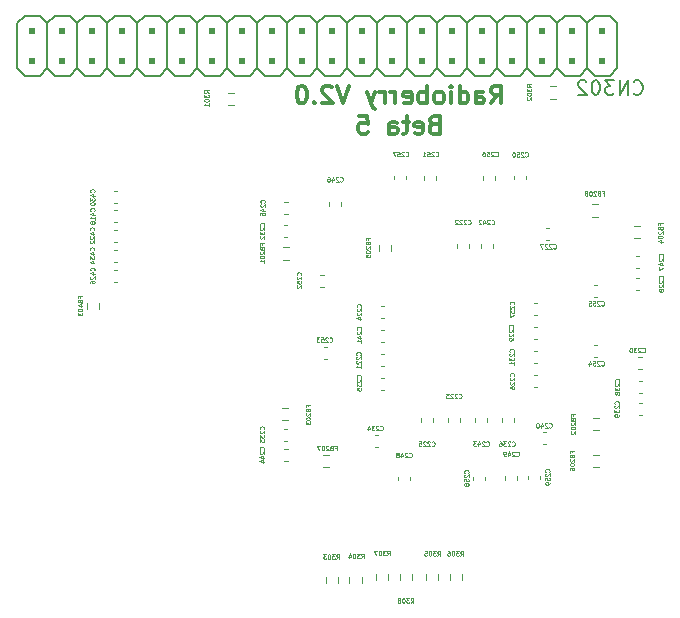
<source format=gbo>
%TF.GenerationSoftware,KiCad,Pcbnew,(5.1.8)-1*%
%TF.CreationDate,2021-04-21T20:08:09+02:00*%
%TF.ProjectId,Radioberry,52616469-6f62-4657-9272-792e6b696361,rev?*%
%TF.SameCoordinates,Original*%
%TF.FileFunction,Legend,Bot*%
%TF.FilePolarity,Positive*%
%FSLAX46Y46*%
G04 Gerber Fmt 4.6, Leading zero omitted, Abs format (unit mm)*
G04 Created by KiCad (PCBNEW (5.1.8)-1) date 2021-04-21 20:08:09*
%MOMM*%
%LPD*%
G01*
G04 APERTURE LIST*
%ADD10C,0.300000*%
%ADD11C,0.120000*%
%ADD12C,0.100000*%
%ADD13C,0.152400*%
%ADD14C,0.088900*%
%ADD15C,0.127000*%
G04 APERTURE END LIST*
D10*
X137208720Y-79378011D02*
X137708720Y-78663725D01*
X138065862Y-79378011D02*
X138065862Y-77878011D01*
X137494434Y-77878011D01*
X137351577Y-77949440D01*
X137280148Y-78020868D01*
X137208720Y-78163725D01*
X137208720Y-78378011D01*
X137280148Y-78520868D01*
X137351577Y-78592297D01*
X137494434Y-78663725D01*
X138065862Y-78663725D01*
X135923005Y-79378011D02*
X135923005Y-78592297D01*
X135994434Y-78449440D01*
X136137291Y-78378011D01*
X136423005Y-78378011D01*
X136565862Y-78449440D01*
X135923005Y-79306582D02*
X136065862Y-79378011D01*
X136423005Y-79378011D01*
X136565862Y-79306582D01*
X136637291Y-79163725D01*
X136637291Y-79020868D01*
X136565862Y-78878011D01*
X136423005Y-78806582D01*
X136065862Y-78806582D01*
X135923005Y-78735154D01*
X134565862Y-79378011D02*
X134565862Y-77878011D01*
X134565862Y-79306582D02*
X134708720Y-79378011D01*
X134994434Y-79378011D01*
X135137291Y-79306582D01*
X135208720Y-79235154D01*
X135280148Y-79092297D01*
X135280148Y-78663725D01*
X135208720Y-78520868D01*
X135137291Y-78449440D01*
X134994434Y-78378011D01*
X134708720Y-78378011D01*
X134565862Y-78449440D01*
X133851577Y-79378011D02*
X133851577Y-78378011D01*
X133851577Y-77878011D02*
X133923005Y-77949440D01*
X133851577Y-78020868D01*
X133780148Y-77949440D01*
X133851577Y-77878011D01*
X133851577Y-78020868D01*
X132923005Y-79378011D02*
X133065862Y-79306582D01*
X133137291Y-79235154D01*
X133208720Y-79092297D01*
X133208720Y-78663725D01*
X133137291Y-78520868D01*
X133065862Y-78449440D01*
X132923005Y-78378011D01*
X132708720Y-78378011D01*
X132565862Y-78449440D01*
X132494434Y-78520868D01*
X132423005Y-78663725D01*
X132423005Y-79092297D01*
X132494434Y-79235154D01*
X132565862Y-79306582D01*
X132708720Y-79378011D01*
X132923005Y-79378011D01*
X131780148Y-79378011D02*
X131780148Y-77878011D01*
X131780148Y-78449440D02*
X131637291Y-78378011D01*
X131351577Y-78378011D01*
X131208720Y-78449440D01*
X131137291Y-78520868D01*
X131065862Y-78663725D01*
X131065862Y-79092297D01*
X131137291Y-79235154D01*
X131208720Y-79306582D01*
X131351577Y-79378011D01*
X131637291Y-79378011D01*
X131780148Y-79306582D01*
X129851577Y-79306582D02*
X129994434Y-79378011D01*
X130280148Y-79378011D01*
X130423005Y-79306582D01*
X130494434Y-79163725D01*
X130494434Y-78592297D01*
X130423005Y-78449440D01*
X130280148Y-78378011D01*
X129994434Y-78378011D01*
X129851577Y-78449440D01*
X129780148Y-78592297D01*
X129780148Y-78735154D01*
X130494434Y-78878011D01*
X129137291Y-79378011D02*
X129137291Y-78378011D01*
X129137291Y-78663725D02*
X129065862Y-78520868D01*
X128994434Y-78449440D01*
X128851577Y-78378011D01*
X128708720Y-78378011D01*
X128208720Y-79378011D02*
X128208720Y-78378011D01*
X128208720Y-78663725D02*
X128137291Y-78520868D01*
X128065862Y-78449440D01*
X127923005Y-78378011D01*
X127780148Y-78378011D01*
X127423005Y-78378011D02*
X127065862Y-79378011D01*
X126708720Y-78378011D02*
X127065862Y-79378011D01*
X127208720Y-79735154D01*
X127280148Y-79806582D01*
X127423005Y-79878011D01*
X125208720Y-77878011D02*
X124708720Y-79378011D01*
X124208720Y-77878011D01*
X123780148Y-78020868D02*
X123708720Y-77949440D01*
X123565862Y-77878011D01*
X123208720Y-77878011D01*
X123065862Y-77949440D01*
X122994434Y-78020868D01*
X122923005Y-78163725D01*
X122923005Y-78306582D01*
X122994434Y-78520868D01*
X123851577Y-79378011D01*
X122923005Y-79378011D01*
X122280148Y-79235154D02*
X122208720Y-79306582D01*
X122280148Y-79378011D01*
X122351577Y-79306582D01*
X122280148Y-79235154D01*
X122280148Y-79378011D01*
X121280148Y-77878011D02*
X121137291Y-77878011D01*
X120994434Y-77949440D01*
X120923005Y-78020868D01*
X120851577Y-78163725D01*
X120780148Y-78449440D01*
X120780148Y-78806582D01*
X120851577Y-79092297D01*
X120923005Y-79235154D01*
X120994434Y-79306582D01*
X121137291Y-79378011D01*
X121280148Y-79378011D01*
X121423005Y-79306582D01*
X121494434Y-79235154D01*
X121565862Y-79092297D01*
X121637291Y-78806582D01*
X121637291Y-78449440D01*
X121565862Y-78163725D01*
X121494434Y-78020868D01*
X121423005Y-77949440D01*
X121280148Y-77878011D01*
X132387291Y-81142297D02*
X132173005Y-81213725D01*
X132101577Y-81285154D01*
X132030148Y-81428011D01*
X132030148Y-81642297D01*
X132101577Y-81785154D01*
X132173005Y-81856582D01*
X132315862Y-81928011D01*
X132887291Y-81928011D01*
X132887291Y-80428011D01*
X132387291Y-80428011D01*
X132244434Y-80499440D01*
X132173005Y-80570868D01*
X132101577Y-80713725D01*
X132101577Y-80856582D01*
X132173005Y-80999440D01*
X132244434Y-81070868D01*
X132387291Y-81142297D01*
X132887291Y-81142297D01*
X130815862Y-81856582D02*
X130958720Y-81928011D01*
X131244434Y-81928011D01*
X131387291Y-81856582D01*
X131458720Y-81713725D01*
X131458720Y-81142297D01*
X131387291Y-80999440D01*
X131244434Y-80928011D01*
X130958720Y-80928011D01*
X130815862Y-80999440D01*
X130744434Y-81142297D01*
X130744434Y-81285154D01*
X131458720Y-81428011D01*
X130315862Y-80928011D02*
X129744434Y-80928011D01*
X130101577Y-80428011D02*
X130101577Y-81713725D01*
X130030148Y-81856582D01*
X129887291Y-81928011D01*
X129744434Y-81928011D01*
X128601577Y-81928011D02*
X128601577Y-81142297D01*
X128673005Y-80999440D01*
X128815862Y-80928011D01*
X129101577Y-80928011D01*
X129244434Y-80999440D01*
X128601577Y-81856582D02*
X128744434Y-81928011D01*
X129101577Y-81928011D01*
X129244434Y-81856582D01*
X129315862Y-81713725D01*
X129315862Y-81570868D01*
X129244434Y-81428011D01*
X129101577Y-81356582D01*
X128744434Y-81356582D01*
X128601577Y-81285154D01*
X126030148Y-80428011D02*
X126744434Y-80428011D01*
X126815862Y-81142297D01*
X126744434Y-81070868D01*
X126601577Y-80999440D01*
X126244434Y-80999440D01*
X126101577Y-81070868D01*
X126030148Y-81142297D01*
X125958720Y-81285154D01*
X125958720Y-81642297D01*
X126030148Y-81785154D01*
X126101577Y-81856582D01*
X126244434Y-81928011D01*
X126601577Y-81928011D01*
X126744434Y-81856582D01*
X126815862Y-81785154D01*
D11*
%TO.C,FB403*%
X104032500Y-96265276D02*
X104032500Y-96774724D01*
X102987500Y-96265276D02*
X102987500Y-96774724D01*
%TO.C,FB208*%
X146254724Y-88972500D02*
X145745276Y-88972500D01*
X146254724Y-87927500D02*
X145745276Y-87927500D01*
%TO.C,FB207*%
X122986076Y-109127500D02*
X123495524Y-109127500D01*
X122986076Y-110172500D02*
X123495524Y-110172500D01*
%TO.C,FB206*%
X146354724Y-110172500D02*
X145845276Y-110172500D01*
X146354724Y-109127500D02*
X145845276Y-109127500D01*
%TO.C,FB205*%
X128762500Y-91325276D02*
X128762500Y-91834724D01*
X127717500Y-91325276D02*
X127717500Y-91834724D01*
%TO.C,FB204*%
X149834724Y-90812500D02*
X149325276Y-90812500D01*
X149834724Y-89767500D02*
X149325276Y-89767500D01*
%TO.C,FB203*%
X119515276Y-105177500D02*
X120024724Y-105177500D01*
X119515276Y-106222500D02*
X120024724Y-106222500D01*
%TO.C,FB202*%
X145895276Y-105987500D02*
X146404724Y-105987500D01*
X145895276Y-107032500D02*
X146404724Y-107032500D01*
%TO.C,FB201*%
X119575276Y-91567500D02*
X120084724Y-91567500D01*
X119575276Y-92612500D02*
X120084724Y-92612500D01*
%TO.C,C256*%
X137593800Y-85527933D02*
X137593800Y-85820467D01*
X136573800Y-85527933D02*
X136573800Y-85820467D01*
%TO.C,R308*%
X129477500Y-119754724D02*
X129477500Y-119245276D01*
X130522500Y-119754724D02*
X130522500Y-119245276D01*
%TO.C,R307*%
X127477500Y-119754724D02*
X127477500Y-119245276D01*
X128522500Y-119754724D02*
X128522500Y-119245276D01*
%TO.C,R306*%
X133727500Y-119754724D02*
X133727500Y-119245276D01*
X134772500Y-119754724D02*
X134772500Y-119245276D01*
%TO.C,R305*%
X131727500Y-119754724D02*
X131727500Y-119245276D01*
X132772500Y-119754724D02*
X132772500Y-119245276D01*
%TO.C,R304*%
X125232900Y-119987144D02*
X125232900Y-119477696D01*
X126277900Y-119987144D02*
X126277900Y-119477696D01*
%TO.C,R303*%
X123231380Y-120015724D02*
X123231380Y-119506276D01*
X124276380Y-120015724D02*
X124276380Y-119506276D01*
%TO.C,R302*%
X142714724Y-78962500D02*
X142205276Y-78962500D01*
X142714724Y-77917500D02*
X142205276Y-77917500D01*
%TO.C,R301*%
X115444724Y-79522500D02*
X114935276Y-79522500D01*
X115444724Y-78477500D02*
X114935276Y-78477500D01*
%TO.C,C434*%
X105283733Y-91750000D02*
X105576267Y-91750000D01*
X105283733Y-92770000D02*
X105576267Y-92770000D01*
%TO.C,C430*%
X105273733Y-86820000D02*
X105566267Y-86820000D01*
X105273733Y-87840000D02*
X105566267Y-87840000D01*
%TO.C,C426*%
X105293733Y-93510000D02*
X105586267Y-93510000D01*
X105293733Y-94530000D02*
X105586267Y-94530000D01*
%TO.C,C422*%
X105293733Y-90100000D02*
X105586267Y-90100000D01*
X105293733Y-91120000D02*
X105586267Y-91120000D01*
%TO.C,C418*%
X105283733Y-88440000D02*
X105576267Y-88440000D01*
X105283733Y-89460000D02*
X105576267Y-89460000D01*
%TO.C,C259*%
X141400000Y-110923733D02*
X141400000Y-111216267D01*
X140380000Y-110923733D02*
X140380000Y-111216267D01*
%TO.C,C258*%
X136720000Y-110993733D02*
X136720000Y-111286267D01*
X135700000Y-110993733D02*
X135700000Y-111286267D01*
%TO.C,C257*%
X130050000Y-85526833D02*
X130050000Y-85819367D01*
X129030000Y-85526833D02*
X129030000Y-85819367D01*
%TO.C,C255*%
X145903733Y-94740000D02*
X146196267Y-94740000D01*
X145903733Y-95760000D02*
X146196267Y-95760000D01*
%TO.C,C254*%
X145903733Y-99820000D02*
X146196267Y-99820000D01*
X145903733Y-100840000D02*
X146196267Y-100840000D01*
%TO.C,C253*%
X123376267Y-100980000D02*
X123083733Y-100980000D01*
X123376267Y-99960000D02*
X123083733Y-99960000D01*
%TO.C,C252*%
X123056267Y-94910000D02*
X122763733Y-94910000D01*
X123056267Y-93890000D02*
X122763733Y-93890000D01*
%TO.C,C251*%
X132590000Y-85553333D02*
X132590000Y-85845867D01*
X131570000Y-85553333D02*
X131570000Y-85845867D01*
%TO.C,C250*%
X140210000Y-85526833D02*
X140210000Y-85819367D01*
X139190000Y-85526833D02*
X139190000Y-85819367D01*
%TO.C,C249*%
X139390000Y-110953733D02*
X139390000Y-111246267D01*
X138370000Y-110953733D02*
X138370000Y-111246267D01*
%TO.C,C248*%
X130340000Y-111003733D02*
X130340000Y-111296267D01*
X129320000Y-111003733D02*
X129320000Y-111296267D01*
%TO.C,C247*%
X149463733Y-92280000D02*
X149756267Y-92280000D01*
X149463733Y-93300000D02*
X149756267Y-93300000D01*
%TO.C,C246*%
X124550000Y-87753733D02*
X124550000Y-88046267D01*
X123530000Y-87753733D02*
X123530000Y-88046267D01*
%TO.C,C245*%
X119713733Y-87740000D02*
X120006267Y-87740000D01*
X119713733Y-88760000D02*
X120006267Y-88760000D01*
%TO.C,C244*%
X120006267Y-109670000D02*
X119713733Y-109670000D01*
X120006267Y-108650000D02*
X119713733Y-108650000D01*
%TO.C,C243*%
X135888000Y-106318267D02*
X135888000Y-106025733D01*
X136908000Y-106318267D02*
X136908000Y-106025733D01*
%TO.C,C242*%
X137416000Y-91293733D02*
X137416000Y-91586267D01*
X136396000Y-91293733D02*
X136396000Y-91586267D01*
%TO.C,C241*%
X127869733Y-98550000D02*
X128162267Y-98550000D01*
X127869733Y-99570000D02*
X128162267Y-99570000D01*
%TO.C,C240*%
X141585733Y-107186000D02*
X141878267Y-107186000D01*
X141585733Y-108206000D02*
X141878267Y-108206000D01*
%TO.C,C239*%
X150016267Y-105760000D02*
X149723733Y-105760000D01*
X150016267Y-104740000D02*
X149723733Y-104740000D01*
%TO.C,C238*%
X149723733Y-102850000D02*
X150016267Y-102850000D01*
X149723733Y-103870000D02*
X150016267Y-103870000D01*
%TO.C,C237*%
X141116267Y-97284000D02*
X140823733Y-97284000D01*
X141116267Y-96264000D02*
X140823733Y-96264000D01*
%TO.C,C236*%
X138174000Y-106318267D02*
X138174000Y-106025733D01*
X139194000Y-106318267D02*
X139194000Y-106025733D01*
%TO.C,C235*%
X127869733Y-102614000D02*
X128162267Y-102614000D01*
X127869733Y-103634000D02*
X128162267Y-103634000D01*
%TO.C,C234*%
X127654267Y-108460000D02*
X127361733Y-108460000D01*
X127654267Y-107440000D02*
X127361733Y-107440000D01*
%TO.C,C233*%
X119673733Y-106920000D02*
X119966267Y-106920000D01*
X119673733Y-107940000D02*
X119966267Y-107940000D01*
%TO.C,C232*%
X119986267Y-90730000D02*
X119693733Y-90730000D01*
X119986267Y-89710000D02*
X119693733Y-89710000D01*
%TO.C,C231*%
X141116267Y-101348000D02*
X140823733Y-101348000D01*
X141116267Y-100328000D02*
X140823733Y-100328000D01*
%TO.C,C230*%
X149693733Y-100870000D02*
X149986267Y-100870000D01*
X149693733Y-101890000D02*
X149986267Y-101890000D01*
%TO.C,C229*%
X141116267Y-99316000D02*
X140823733Y-99316000D01*
X141116267Y-98296000D02*
X140823733Y-98296000D01*
%TO.C,C228*%
X149756267Y-95170000D02*
X149463733Y-95170000D01*
X149756267Y-94150000D02*
X149463733Y-94150000D01*
%TO.C,C227*%
X141839733Y-89914000D02*
X142132267Y-89914000D01*
X141839733Y-90934000D02*
X142132267Y-90934000D01*
%TO.C,C226*%
X141116267Y-103380000D02*
X140823733Y-103380000D01*
X141116267Y-102360000D02*
X140823733Y-102360000D01*
%TO.C,C225*%
X131316000Y-106318267D02*
X131316000Y-106025733D01*
X132336000Y-106318267D02*
X132336000Y-106025733D01*
%TO.C,C224*%
X127869733Y-96518000D02*
X128162267Y-96518000D01*
X127869733Y-97538000D02*
X128162267Y-97538000D01*
%TO.C,C223*%
X133602000Y-106318267D02*
X133602000Y-106025733D01*
X134622000Y-106318267D02*
X134622000Y-106025733D01*
%TO.C,C222*%
X135384000Y-91293733D02*
X135384000Y-91586267D01*
X134364000Y-91293733D02*
X134364000Y-91586267D01*
%TO.C,C221*%
X127869733Y-100582000D02*
X128162267Y-100582000D01*
X127869733Y-101602000D02*
X128162267Y-101602000D01*
D12*
%TO.C,CN302*%
G36*
X146376000Y-76024000D02*
G01*
X146884000Y-76024000D01*
X146884000Y-75516000D01*
X146376000Y-75516000D01*
X146376000Y-76024000D01*
G37*
G36*
X146376000Y-73484000D02*
G01*
X146884000Y-73484000D01*
X146884000Y-72976000D01*
X146376000Y-72976000D01*
X146376000Y-73484000D01*
G37*
G36*
X143836000Y-76024000D02*
G01*
X144344000Y-76024000D01*
X144344000Y-75516000D01*
X143836000Y-75516000D01*
X143836000Y-76024000D01*
G37*
G36*
X143836000Y-73484000D02*
G01*
X144344000Y-73484000D01*
X144344000Y-72976000D01*
X143836000Y-72976000D01*
X143836000Y-73484000D01*
G37*
G36*
X141296000Y-76024000D02*
G01*
X141804000Y-76024000D01*
X141804000Y-75516000D01*
X141296000Y-75516000D01*
X141296000Y-76024000D01*
G37*
G36*
X141296000Y-73484000D02*
G01*
X141804000Y-73484000D01*
X141804000Y-72976000D01*
X141296000Y-72976000D01*
X141296000Y-73484000D01*
G37*
G36*
X138756000Y-76024000D02*
G01*
X139264000Y-76024000D01*
X139264000Y-75516000D01*
X138756000Y-75516000D01*
X138756000Y-76024000D01*
G37*
G36*
X138756000Y-73484000D02*
G01*
X139264000Y-73484000D01*
X139264000Y-72976000D01*
X138756000Y-72976000D01*
X138756000Y-73484000D01*
G37*
G36*
X136216000Y-76024000D02*
G01*
X136724000Y-76024000D01*
X136724000Y-75516000D01*
X136216000Y-75516000D01*
X136216000Y-76024000D01*
G37*
G36*
X136216000Y-73484000D02*
G01*
X136724000Y-73484000D01*
X136724000Y-72976000D01*
X136216000Y-72976000D01*
X136216000Y-73484000D01*
G37*
G36*
X133676000Y-76024000D02*
G01*
X134184000Y-76024000D01*
X134184000Y-75516000D01*
X133676000Y-75516000D01*
X133676000Y-76024000D01*
G37*
G36*
X133676000Y-73484000D02*
G01*
X134184000Y-73484000D01*
X134184000Y-72976000D01*
X133676000Y-72976000D01*
X133676000Y-73484000D01*
G37*
G36*
X131136000Y-76024000D02*
G01*
X131644000Y-76024000D01*
X131644000Y-75516000D01*
X131136000Y-75516000D01*
X131136000Y-76024000D01*
G37*
G36*
X131136000Y-73484000D02*
G01*
X131644000Y-73484000D01*
X131644000Y-72976000D01*
X131136000Y-72976000D01*
X131136000Y-73484000D01*
G37*
G36*
X128596000Y-76024000D02*
G01*
X129104000Y-76024000D01*
X129104000Y-75516000D01*
X128596000Y-75516000D01*
X128596000Y-76024000D01*
G37*
G36*
X128596000Y-73484000D02*
G01*
X129104000Y-73484000D01*
X129104000Y-72976000D01*
X128596000Y-72976000D01*
X128596000Y-73484000D01*
G37*
G36*
X126056000Y-76024000D02*
G01*
X126564000Y-76024000D01*
X126564000Y-75516000D01*
X126056000Y-75516000D01*
X126056000Y-76024000D01*
G37*
G36*
X126056000Y-73484000D02*
G01*
X126564000Y-73484000D01*
X126564000Y-72976000D01*
X126056000Y-72976000D01*
X126056000Y-73484000D01*
G37*
G36*
X123516000Y-76024000D02*
G01*
X124024000Y-76024000D01*
X124024000Y-75516000D01*
X123516000Y-75516000D01*
X123516000Y-76024000D01*
G37*
G36*
X123516000Y-73484000D02*
G01*
X124024000Y-73484000D01*
X124024000Y-72976000D01*
X123516000Y-72976000D01*
X123516000Y-73484000D01*
G37*
G36*
X120976000Y-76024000D02*
G01*
X121484000Y-76024000D01*
X121484000Y-75516000D01*
X120976000Y-75516000D01*
X120976000Y-76024000D01*
G37*
G36*
X120976000Y-73484000D02*
G01*
X121484000Y-73484000D01*
X121484000Y-72976000D01*
X120976000Y-72976000D01*
X120976000Y-73484000D01*
G37*
G36*
X118436000Y-76024000D02*
G01*
X118944000Y-76024000D01*
X118944000Y-75516000D01*
X118436000Y-75516000D01*
X118436000Y-76024000D01*
G37*
G36*
X118436000Y-73484000D02*
G01*
X118944000Y-73484000D01*
X118944000Y-72976000D01*
X118436000Y-72976000D01*
X118436000Y-73484000D01*
G37*
G36*
X115896000Y-76024000D02*
G01*
X116404000Y-76024000D01*
X116404000Y-75516000D01*
X115896000Y-75516000D01*
X115896000Y-76024000D01*
G37*
G36*
X115896000Y-73484000D02*
G01*
X116404000Y-73484000D01*
X116404000Y-72976000D01*
X115896000Y-72976000D01*
X115896000Y-73484000D01*
G37*
G36*
X113356000Y-76024000D02*
G01*
X113864000Y-76024000D01*
X113864000Y-75516000D01*
X113356000Y-75516000D01*
X113356000Y-76024000D01*
G37*
G36*
X113356000Y-73484000D02*
G01*
X113864000Y-73484000D01*
X113864000Y-72976000D01*
X113356000Y-72976000D01*
X113356000Y-73484000D01*
G37*
G36*
X110816000Y-76024000D02*
G01*
X111324000Y-76024000D01*
X111324000Y-75516000D01*
X110816000Y-75516000D01*
X110816000Y-76024000D01*
G37*
G36*
X108276000Y-76024000D02*
G01*
X108784000Y-76024000D01*
X108784000Y-75516000D01*
X108276000Y-75516000D01*
X108276000Y-76024000D01*
G37*
G36*
X105736000Y-76024000D02*
G01*
X106244000Y-76024000D01*
X106244000Y-75516000D01*
X105736000Y-75516000D01*
X105736000Y-76024000D01*
G37*
G36*
X110816000Y-73484000D02*
G01*
X111324000Y-73484000D01*
X111324000Y-72976000D01*
X110816000Y-72976000D01*
X110816000Y-73484000D01*
G37*
G36*
X108276000Y-73484000D02*
G01*
X108784000Y-73484000D01*
X108784000Y-72976000D01*
X108276000Y-72976000D01*
X108276000Y-73484000D01*
G37*
G36*
X105736000Y-73484000D02*
G01*
X106244000Y-73484000D01*
X106244000Y-72976000D01*
X105736000Y-72976000D01*
X105736000Y-73484000D01*
G37*
G36*
X103196000Y-76024000D02*
G01*
X103704000Y-76024000D01*
X103704000Y-75516000D01*
X103196000Y-75516000D01*
X103196000Y-76024000D01*
G37*
G36*
X103196000Y-73484000D02*
G01*
X103704000Y-73484000D01*
X103704000Y-72976000D01*
X103196000Y-72976000D01*
X103196000Y-73484000D01*
G37*
G36*
X100656000Y-76024000D02*
G01*
X101164000Y-76024000D01*
X101164000Y-75516000D01*
X100656000Y-75516000D01*
X100656000Y-76024000D01*
G37*
G36*
X100656000Y-73484000D02*
G01*
X101164000Y-73484000D01*
X101164000Y-72976000D01*
X100656000Y-72976000D01*
X100656000Y-73484000D01*
G37*
G36*
X98116000Y-73484000D02*
G01*
X98624000Y-73484000D01*
X98624000Y-72976000D01*
X98116000Y-72976000D01*
X98116000Y-73484000D01*
G37*
G36*
X98116000Y-76024000D02*
G01*
X98624000Y-76024000D01*
X98624000Y-75516000D01*
X98116000Y-75516000D01*
X98116000Y-76024000D01*
G37*
D13*
X147900000Y-72595000D02*
X147900000Y-76405000D01*
X145360000Y-76405000D02*
X145995000Y-77040000D01*
X147265000Y-77040000D02*
X145995000Y-77040000D01*
X147900000Y-76405000D02*
X147265000Y-77040000D01*
X147265000Y-71960000D02*
X147900000Y-72595000D01*
X147265000Y-71960000D02*
X145995000Y-71960000D01*
X145360000Y-72595000D02*
X145995000Y-71960000D01*
X145360000Y-72595000D02*
X145360000Y-76405000D01*
X142820000Y-72595000D02*
X142820000Y-76405000D01*
X140280000Y-72595000D02*
X140280000Y-76405000D01*
X137740000Y-72595000D02*
X137740000Y-76405000D01*
X135200000Y-72595000D02*
X135200000Y-76405000D01*
X132660000Y-72595000D02*
X132660000Y-76405000D01*
X130120000Y-72595000D02*
X130120000Y-76405000D01*
X127580000Y-72595000D02*
X127580000Y-76405000D01*
X125040000Y-72595000D02*
X125040000Y-76405000D01*
X122500000Y-72595000D02*
X122500000Y-76405000D01*
X119960000Y-72595000D02*
X119960000Y-76405000D01*
X117420000Y-72595000D02*
X117420000Y-76405000D01*
X114880000Y-72595000D02*
X114880000Y-76405000D01*
X112340000Y-72595000D02*
X112340000Y-76405000D01*
X109800000Y-72595000D02*
X109800000Y-76405000D01*
X107260000Y-72595000D02*
X107260000Y-76405000D01*
X104720000Y-72595000D02*
X104720000Y-76405000D01*
X102180000Y-72595000D02*
X102180000Y-76405000D01*
X99640000Y-72595000D02*
X99640000Y-76405000D01*
X112340000Y-76405000D02*
X112975000Y-77040000D01*
X114245000Y-77040000D02*
X112975000Y-77040000D01*
X114880000Y-76405000D02*
X114245000Y-77040000D01*
X114880000Y-76405000D02*
X115515000Y-77040000D01*
X116785000Y-77040000D02*
X115515000Y-77040000D01*
X117420000Y-76405000D02*
X116785000Y-77040000D01*
X117420000Y-76405000D02*
X118055000Y-77040000D01*
X119325000Y-77040000D02*
X118055000Y-77040000D01*
X119960000Y-76405000D02*
X119325000Y-77040000D01*
X119960000Y-76405000D02*
X120595000Y-77040000D01*
X121865000Y-77040000D02*
X120595000Y-77040000D01*
X122500000Y-76405000D02*
X121865000Y-77040000D01*
X122500000Y-76405000D02*
X123135000Y-77040000D01*
X124405000Y-77040000D02*
X123135000Y-77040000D01*
X125040000Y-76405000D02*
X124405000Y-77040000D01*
X125040000Y-76405000D02*
X125675000Y-77040000D01*
X126945000Y-77040000D02*
X125675000Y-77040000D01*
X127580000Y-76405000D02*
X126945000Y-77040000D01*
X127580000Y-76405000D02*
X128215000Y-77040000D01*
X129485000Y-77040000D02*
X128215000Y-77040000D01*
X130120000Y-76405000D02*
X129485000Y-77040000D01*
X130120000Y-76405000D02*
X130755000Y-77040000D01*
X132025000Y-77040000D02*
X130755000Y-77040000D01*
X132660000Y-76405000D02*
X132025000Y-77040000D01*
X133295000Y-77040000D02*
X132660000Y-76405000D01*
X133295000Y-77040000D02*
X134565000Y-77040000D01*
X135200000Y-76405000D02*
X134565000Y-77040000D01*
X135835000Y-77040000D02*
X135200000Y-76405000D01*
X135835000Y-77040000D02*
X137105000Y-77040000D01*
X137740000Y-76405000D02*
X137105000Y-77040000D01*
X137740000Y-76405000D02*
X138375000Y-77040000D01*
X139645000Y-77040000D02*
X138375000Y-77040000D01*
X140280000Y-76405000D02*
X139645000Y-77040000D01*
X140280000Y-76405000D02*
X140915000Y-77040000D01*
X142185000Y-77040000D02*
X140915000Y-77040000D01*
X142820000Y-76405000D02*
X142185000Y-77040000D01*
X142820000Y-76405000D02*
X143455000Y-77040000D01*
X144725000Y-77040000D02*
X143455000Y-77040000D01*
X145360000Y-76405000D02*
X144725000Y-77040000D01*
X144725000Y-71960000D02*
X145360000Y-72595000D01*
X144725000Y-71960000D02*
X143455000Y-71960000D01*
X142820000Y-72595000D02*
X143455000Y-71960000D01*
X142185000Y-71960000D02*
X142820000Y-72595000D01*
X142185000Y-71960000D02*
X140915000Y-71960000D01*
X140280000Y-72595000D02*
X140915000Y-71960000D01*
X139645000Y-71960000D02*
X140280000Y-72595000D01*
X139645000Y-71960000D02*
X138375000Y-71960000D01*
X137740000Y-72595000D02*
X138375000Y-71960000D01*
X137105000Y-71960000D02*
X137740000Y-72595000D01*
X137105000Y-71960000D02*
X135835000Y-71960000D01*
X135200000Y-72595000D02*
X135835000Y-71960000D01*
X134565000Y-71960000D02*
X135200000Y-72595000D01*
X134565000Y-71960000D02*
X133295000Y-71960000D01*
X132660000Y-72595000D02*
X133295000Y-71960000D01*
X132025000Y-71960000D02*
X132660000Y-72595000D01*
X132025000Y-71960000D02*
X130755000Y-71960000D01*
X130120000Y-72595000D02*
X130755000Y-71960000D01*
X129485000Y-71960000D02*
X130120000Y-72595000D01*
X129485000Y-71960000D02*
X128215000Y-71960000D01*
X127580000Y-72595000D02*
X128215000Y-71960000D01*
X127580000Y-72595000D02*
X126945000Y-71960000D01*
X125675000Y-71960000D02*
X126945000Y-71960000D01*
X125040000Y-72595000D02*
X125675000Y-71960000D01*
X124405000Y-71960000D02*
X125040000Y-72595000D01*
X123135000Y-71960000D02*
X124405000Y-71960000D01*
X122500000Y-72595000D02*
X123135000Y-71960000D01*
X121865000Y-71960000D02*
X122500000Y-72595000D01*
X120595000Y-71960000D02*
X121865000Y-71960000D01*
X119960000Y-72595000D02*
X120595000Y-71960000D01*
X119325000Y-71960000D02*
X119960000Y-72595000D01*
X118055000Y-71960000D02*
X119325000Y-71960000D01*
X117420000Y-72595000D02*
X118055000Y-71960000D01*
X116785000Y-71960000D02*
X117420000Y-72595000D01*
X115515000Y-71960000D02*
X116785000Y-71960000D01*
X114880000Y-72595000D02*
X115515000Y-71960000D01*
X114245000Y-71960000D02*
X114880000Y-72595000D01*
X112975000Y-71960000D02*
X114245000Y-71960000D01*
X112340000Y-72595000D02*
X112975000Y-71960000D01*
X111705000Y-71960000D02*
X112340000Y-72595000D01*
X110435000Y-71960000D02*
X111705000Y-71960000D01*
X109800000Y-72595000D02*
X110435000Y-71960000D01*
X109165000Y-71960000D02*
X109800000Y-72595000D01*
X107895000Y-71960000D02*
X109165000Y-71960000D01*
X107260000Y-72595000D02*
X107895000Y-71960000D01*
X106625000Y-71960000D02*
X107260000Y-72595000D01*
X105355000Y-71960000D02*
X106625000Y-71960000D01*
X104720000Y-72595000D02*
X105355000Y-71960000D01*
X104085000Y-71960000D02*
X104720000Y-72595000D01*
X102815000Y-71960000D02*
X104085000Y-71960000D01*
X102180000Y-72595000D02*
X102815000Y-71960000D01*
X101545000Y-71960000D02*
X102180000Y-72595000D01*
X100275000Y-71960000D02*
X101545000Y-71960000D01*
X99640000Y-72595000D02*
X100275000Y-71960000D01*
X99005000Y-71960000D02*
X99640000Y-72595000D01*
X97735000Y-71960000D02*
X99005000Y-71960000D01*
X97100000Y-72595000D02*
X97735000Y-71960000D01*
X97100000Y-76405000D02*
X97100000Y-72595000D01*
X111705000Y-77040000D02*
X112340000Y-76405000D01*
X110435000Y-77040000D02*
X111705000Y-77040000D01*
X109800000Y-76405000D02*
X110435000Y-77040000D01*
X109165000Y-77040000D02*
X109800000Y-76405000D01*
X107895000Y-77040000D02*
X109165000Y-77040000D01*
X107260000Y-76405000D02*
X107895000Y-77040000D01*
X106625000Y-77040000D02*
X107260000Y-76405000D01*
X105355000Y-77040000D02*
X106625000Y-77040000D01*
X104720000Y-76405000D02*
X105355000Y-77040000D01*
X104085000Y-77040000D02*
X104720000Y-76405000D01*
X102815000Y-77040000D02*
X104085000Y-77040000D01*
X102180000Y-76405000D02*
X102815000Y-77040000D01*
X101545000Y-77040000D02*
X102180000Y-76405000D01*
X100275000Y-77040000D02*
X101545000Y-77040000D01*
X99640000Y-76405000D02*
X100275000Y-77040000D01*
X99005000Y-77040000D02*
X99640000Y-76405000D01*
X97735000Y-77040000D02*
X99005000Y-77040000D01*
X97100000Y-76405000D02*
X97735000Y-77040000D01*
%TO.C,FB403*%
D14*
X102436385Y-95824402D02*
X102436385Y-95697402D01*
X102635957Y-95697402D02*
X102254957Y-95697402D01*
X102254957Y-95878831D01*
X102436385Y-96150974D02*
X102454528Y-96205402D01*
X102472671Y-96223545D01*
X102508957Y-96241688D01*
X102563385Y-96241688D01*
X102599671Y-96223545D01*
X102617814Y-96205402D01*
X102635957Y-96169117D01*
X102635957Y-96023974D01*
X102254957Y-96023974D01*
X102254957Y-96150974D01*
X102273100Y-96187260D01*
X102291242Y-96205402D01*
X102327528Y-96223545D01*
X102363814Y-96223545D01*
X102400100Y-96205402D01*
X102418242Y-96187260D01*
X102436385Y-96150974D01*
X102436385Y-96023974D01*
X102381957Y-96568260D02*
X102635957Y-96568260D01*
X102236814Y-96477545D02*
X102508957Y-96386831D01*
X102508957Y-96622688D01*
X102254957Y-96840402D02*
X102254957Y-96876688D01*
X102273100Y-96912974D01*
X102291242Y-96931117D01*
X102327528Y-96949260D01*
X102400100Y-96967402D01*
X102490814Y-96967402D01*
X102563385Y-96949260D01*
X102599671Y-96931117D01*
X102617814Y-96912974D01*
X102635957Y-96876688D01*
X102635957Y-96840402D01*
X102617814Y-96804117D01*
X102599671Y-96785974D01*
X102563385Y-96767831D01*
X102490814Y-96749688D01*
X102400100Y-96749688D01*
X102327528Y-96767831D01*
X102291242Y-96785974D01*
X102273100Y-96804117D01*
X102254957Y-96840402D01*
X102254957Y-97094402D02*
X102254957Y-97330260D01*
X102400100Y-97203260D01*
X102400100Y-97257688D01*
X102418242Y-97293974D01*
X102436385Y-97312117D01*
X102472671Y-97330260D01*
X102563385Y-97330260D01*
X102599671Y-97312117D01*
X102617814Y-97293974D01*
X102635957Y-97257688D01*
X102635957Y-97148831D01*
X102617814Y-97112545D01*
X102599671Y-97094402D01*
%TO.C,FB208*%
X146680357Y-86992785D02*
X146807357Y-86992785D01*
X146807357Y-87192357D02*
X146807357Y-86811357D01*
X146625928Y-86811357D01*
X146353785Y-86992785D02*
X146299357Y-87010928D01*
X146281214Y-87029071D01*
X146263071Y-87065357D01*
X146263071Y-87119785D01*
X146281214Y-87156071D01*
X146299357Y-87174214D01*
X146335642Y-87192357D01*
X146480785Y-87192357D01*
X146480785Y-86811357D01*
X146353785Y-86811357D01*
X146317500Y-86829500D01*
X146299357Y-86847642D01*
X146281214Y-86883928D01*
X146281214Y-86920214D01*
X146299357Y-86956500D01*
X146317500Y-86974642D01*
X146353785Y-86992785D01*
X146480785Y-86992785D01*
X146117928Y-86847642D02*
X146099785Y-86829500D01*
X146063500Y-86811357D01*
X145972785Y-86811357D01*
X145936500Y-86829500D01*
X145918357Y-86847642D01*
X145900214Y-86883928D01*
X145900214Y-86920214D01*
X145918357Y-86974642D01*
X146136071Y-87192357D01*
X145900214Y-87192357D01*
X145664357Y-86811357D02*
X145628071Y-86811357D01*
X145591785Y-86829500D01*
X145573642Y-86847642D01*
X145555500Y-86883928D01*
X145537357Y-86956500D01*
X145537357Y-87047214D01*
X145555500Y-87119785D01*
X145573642Y-87156071D01*
X145591785Y-87174214D01*
X145628071Y-87192357D01*
X145664357Y-87192357D01*
X145700642Y-87174214D01*
X145718785Y-87156071D01*
X145736928Y-87119785D01*
X145755071Y-87047214D01*
X145755071Y-86956500D01*
X145736928Y-86883928D01*
X145718785Y-86847642D01*
X145700642Y-86829500D01*
X145664357Y-86811357D01*
X145319642Y-86974642D02*
X145355928Y-86956500D01*
X145374071Y-86938357D01*
X145392214Y-86902071D01*
X145392214Y-86883928D01*
X145374071Y-86847642D01*
X145355928Y-86829500D01*
X145319642Y-86811357D01*
X145247071Y-86811357D01*
X145210785Y-86829500D01*
X145192642Y-86847642D01*
X145174500Y-86883928D01*
X145174500Y-86902071D01*
X145192642Y-86938357D01*
X145210785Y-86956500D01*
X145247071Y-86974642D01*
X145319642Y-86974642D01*
X145355928Y-86992785D01*
X145374071Y-87010928D01*
X145392214Y-87047214D01*
X145392214Y-87119785D01*
X145374071Y-87156071D01*
X145355928Y-87174214D01*
X145319642Y-87192357D01*
X145247071Y-87192357D01*
X145210785Y-87174214D01*
X145192642Y-87156071D01*
X145174500Y-87119785D01*
X145174500Y-87047214D01*
X145192642Y-87010928D01*
X145210785Y-86992785D01*
X145247071Y-86974642D01*
%TO.C,FB207*%
X124027837Y-108537465D02*
X124154837Y-108537465D01*
X124154837Y-108737037D02*
X124154837Y-108356037D01*
X123973408Y-108356037D01*
X123701265Y-108537465D02*
X123646837Y-108555608D01*
X123628694Y-108573751D01*
X123610551Y-108610037D01*
X123610551Y-108664465D01*
X123628694Y-108700751D01*
X123646837Y-108718894D01*
X123683122Y-108737037D01*
X123828265Y-108737037D01*
X123828265Y-108356037D01*
X123701265Y-108356037D01*
X123664980Y-108374180D01*
X123646837Y-108392322D01*
X123628694Y-108428608D01*
X123628694Y-108464894D01*
X123646837Y-108501180D01*
X123664980Y-108519322D01*
X123701265Y-108537465D01*
X123828265Y-108537465D01*
X123465408Y-108392322D02*
X123447265Y-108374180D01*
X123410980Y-108356037D01*
X123320265Y-108356037D01*
X123283980Y-108374180D01*
X123265837Y-108392322D01*
X123247694Y-108428608D01*
X123247694Y-108464894D01*
X123265837Y-108519322D01*
X123483551Y-108737037D01*
X123247694Y-108737037D01*
X123011837Y-108356037D02*
X122975551Y-108356037D01*
X122939265Y-108374180D01*
X122921122Y-108392322D01*
X122902980Y-108428608D01*
X122884837Y-108501180D01*
X122884837Y-108591894D01*
X122902980Y-108664465D01*
X122921122Y-108700751D01*
X122939265Y-108718894D01*
X122975551Y-108737037D01*
X123011837Y-108737037D01*
X123048122Y-108718894D01*
X123066265Y-108700751D01*
X123084408Y-108664465D01*
X123102551Y-108591894D01*
X123102551Y-108501180D01*
X123084408Y-108428608D01*
X123066265Y-108392322D01*
X123048122Y-108374180D01*
X123011837Y-108356037D01*
X122757837Y-108356037D02*
X122503837Y-108356037D01*
X122667122Y-108737037D01*
%TO.C,FB206*%
X144077145Y-108915562D02*
X144077145Y-108788562D01*
X144276717Y-108788562D02*
X143895717Y-108788562D01*
X143895717Y-108969991D01*
X144077145Y-109242134D02*
X144095288Y-109296562D01*
X144113431Y-109314705D01*
X144149717Y-109332848D01*
X144204145Y-109332848D01*
X144240431Y-109314705D01*
X144258574Y-109296562D01*
X144276717Y-109260277D01*
X144276717Y-109115134D01*
X143895717Y-109115134D01*
X143895717Y-109242134D01*
X143913860Y-109278420D01*
X143932002Y-109296562D01*
X143968288Y-109314705D01*
X144004574Y-109314705D01*
X144040860Y-109296562D01*
X144059002Y-109278420D01*
X144077145Y-109242134D01*
X144077145Y-109115134D01*
X143932002Y-109477991D02*
X143913860Y-109496134D01*
X143895717Y-109532420D01*
X143895717Y-109623134D01*
X143913860Y-109659420D01*
X143932002Y-109677562D01*
X143968288Y-109695705D01*
X144004574Y-109695705D01*
X144059002Y-109677562D01*
X144276717Y-109459848D01*
X144276717Y-109695705D01*
X143895717Y-109931562D02*
X143895717Y-109967848D01*
X143913860Y-110004134D01*
X143932002Y-110022277D01*
X143968288Y-110040420D01*
X144040860Y-110058562D01*
X144131574Y-110058562D01*
X144204145Y-110040420D01*
X144240431Y-110022277D01*
X144258574Y-110004134D01*
X144276717Y-109967848D01*
X144276717Y-109931562D01*
X144258574Y-109895277D01*
X144240431Y-109877134D01*
X144204145Y-109858991D01*
X144131574Y-109840848D01*
X144040860Y-109840848D01*
X143968288Y-109858991D01*
X143932002Y-109877134D01*
X143913860Y-109895277D01*
X143895717Y-109931562D01*
X143895717Y-110385134D02*
X143895717Y-110312562D01*
X143913860Y-110276277D01*
X143932002Y-110258134D01*
X143986431Y-110221848D01*
X144059002Y-110203705D01*
X144204145Y-110203705D01*
X144240431Y-110221848D01*
X144258574Y-110239991D01*
X144276717Y-110276277D01*
X144276717Y-110348848D01*
X144258574Y-110385134D01*
X144240431Y-110403277D01*
X144204145Y-110421420D01*
X144113431Y-110421420D01*
X144077145Y-110403277D01*
X144059002Y-110385134D01*
X144040860Y-110348848D01*
X144040860Y-110276277D01*
X144059002Y-110239991D01*
X144077145Y-110221848D01*
X144113431Y-110203705D01*
%TO.C,FB205*%
X126782785Y-90899642D02*
X126782785Y-90772642D01*
X126982357Y-90772642D02*
X126601357Y-90772642D01*
X126601357Y-90954071D01*
X126782785Y-91226214D02*
X126800928Y-91280642D01*
X126819071Y-91298785D01*
X126855357Y-91316928D01*
X126909785Y-91316928D01*
X126946071Y-91298785D01*
X126964214Y-91280642D01*
X126982357Y-91244357D01*
X126982357Y-91099214D01*
X126601357Y-91099214D01*
X126601357Y-91226214D01*
X126619500Y-91262500D01*
X126637642Y-91280642D01*
X126673928Y-91298785D01*
X126710214Y-91298785D01*
X126746500Y-91280642D01*
X126764642Y-91262500D01*
X126782785Y-91226214D01*
X126782785Y-91099214D01*
X126637642Y-91462071D02*
X126619500Y-91480214D01*
X126601357Y-91516500D01*
X126601357Y-91607214D01*
X126619500Y-91643500D01*
X126637642Y-91661642D01*
X126673928Y-91679785D01*
X126710214Y-91679785D01*
X126764642Y-91661642D01*
X126982357Y-91443928D01*
X126982357Y-91679785D01*
X126601357Y-91915642D02*
X126601357Y-91951928D01*
X126619500Y-91988214D01*
X126637642Y-92006357D01*
X126673928Y-92024500D01*
X126746500Y-92042642D01*
X126837214Y-92042642D01*
X126909785Y-92024500D01*
X126946071Y-92006357D01*
X126964214Y-91988214D01*
X126982357Y-91951928D01*
X126982357Y-91915642D01*
X126964214Y-91879357D01*
X126946071Y-91861214D01*
X126909785Y-91843071D01*
X126837214Y-91824928D01*
X126746500Y-91824928D01*
X126673928Y-91843071D01*
X126637642Y-91861214D01*
X126619500Y-91879357D01*
X126601357Y-91915642D01*
X126601357Y-92387357D02*
X126601357Y-92205928D01*
X126782785Y-92187785D01*
X126764642Y-92205928D01*
X126746500Y-92242214D01*
X126746500Y-92332928D01*
X126764642Y-92369214D01*
X126782785Y-92387357D01*
X126819071Y-92405500D01*
X126909785Y-92405500D01*
X126946071Y-92387357D01*
X126964214Y-92369214D01*
X126982357Y-92332928D01*
X126982357Y-92242214D01*
X126964214Y-92205928D01*
X126946071Y-92187785D01*
%TO.C,FB204*%
X151554905Y-89642042D02*
X151554905Y-89515042D01*
X151754477Y-89515042D02*
X151373477Y-89515042D01*
X151373477Y-89696471D01*
X151554905Y-89968614D02*
X151573048Y-90023042D01*
X151591191Y-90041185D01*
X151627477Y-90059328D01*
X151681905Y-90059328D01*
X151718191Y-90041185D01*
X151736334Y-90023042D01*
X151754477Y-89986757D01*
X151754477Y-89841614D01*
X151373477Y-89841614D01*
X151373477Y-89968614D01*
X151391620Y-90004900D01*
X151409762Y-90023042D01*
X151446048Y-90041185D01*
X151482334Y-90041185D01*
X151518620Y-90023042D01*
X151536762Y-90004900D01*
X151554905Y-89968614D01*
X151554905Y-89841614D01*
X151409762Y-90204471D02*
X151391620Y-90222614D01*
X151373477Y-90258900D01*
X151373477Y-90349614D01*
X151391620Y-90385900D01*
X151409762Y-90404042D01*
X151446048Y-90422185D01*
X151482334Y-90422185D01*
X151536762Y-90404042D01*
X151754477Y-90186328D01*
X151754477Y-90422185D01*
X151373477Y-90658042D02*
X151373477Y-90694328D01*
X151391620Y-90730614D01*
X151409762Y-90748757D01*
X151446048Y-90766900D01*
X151518620Y-90785042D01*
X151609334Y-90785042D01*
X151681905Y-90766900D01*
X151718191Y-90748757D01*
X151736334Y-90730614D01*
X151754477Y-90694328D01*
X151754477Y-90658042D01*
X151736334Y-90621757D01*
X151718191Y-90603614D01*
X151681905Y-90585471D01*
X151609334Y-90567328D01*
X151518620Y-90567328D01*
X151446048Y-90585471D01*
X151409762Y-90603614D01*
X151391620Y-90621757D01*
X151373477Y-90658042D01*
X151500477Y-91111614D02*
X151754477Y-91111614D01*
X151355334Y-91020900D02*
X151627477Y-90930185D01*
X151627477Y-91166042D01*
%TO.C,FB203*%
X121725145Y-105029362D02*
X121725145Y-104902362D01*
X121924717Y-104902362D02*
X121543717Y-104902362D01*
X121543717Y-105083791D01*
X121725145Y-105355934D02*
X121743288Y-105410362D01*
X121761431Y-105428505D01*
X121797717Y-105446648D01*
X121852145Y-105446648D01*
X121888431Y-105428505D01*
X121906574Y-105410362D01*
X121924717Y-105374077D01*
X121924717Y-105228934D01*
X121543717Y-105228934D01*
X121543717Y-105355934D01*
X121561860Y-105392220D01*
X121580002Y-105410362D01*
X121616288Y-105428505D01*
X121652574Y-105428505D01*
X121688860Y-105410362D01*
X121707002Y-105392220D01*
X121725145Y-105355934D01*
X121725145Y-105228934D01*
X121580002Y-105591791D02*
X121561860Y-105609934D01*
X121543717Y-105646220D01*
X121543717Y-105736934D01*
X121561860Y-105773220D01*
X121580002Y-105791362D01*
X121616288Y-105809505D01*
X121652574Y-105809505D01*
X121707002Y-105791362D01*
X121924717Y-105573648D01*
X121924717Y-105809505D01*
X121543717Y-106045362D02*
X121543717Y-106081648D01*
X121561860Y-106117934D01*
X121580002Y-106136077D01*
X121616288Y-106154220D01*
X121688860Y-106172362D01*
X121779574Y-106172362D01*
X121852145Y-106154220D01*
X121888431Y-106136077D01*
X121906574Y-106117934D01*
X121924717Y-106081648D01*
X121924717Y-106045362D01*
X121906574Y-106009077D01*
X121888431Y-105990934D01*
X121852145Y-105972791D01*
X121779574Y-105954648D01*
X121688860Y-105954648D01*
X121616288Y-105972791D01*
X121580002Y-105990934D01*
X121561860Y-106009077D01*
X121543717Y-106045362D01*
X121543717Y-106299362D02*
X121543717Y-106535220D01*
X121688860Y-106408220D01*
X121688860Y-106462648D01*
X121707002Y-106498934D01*
X121725145Y-106517077D01*
X121761431Y-106535220D01*
X121852145Y-106535220D01*
X121888431Y-106517077D01*
X121906574Y-106498934D01*
X121924717Y-106462648D01*
X121924717Y-106353791D01*
X121906574Y-106317505D01*
X121888431Y-106299362D01*
%TO.C,FB202*%
X144148265Y-105842162D02*
X144148265Y-105715162D01*
X144347837Y-105715162D02*
X143966837Y-105715162D01*
X143966837Y-105896591D01*
X144148265Y-106168734D02*
X144166408Y-106223162D01*
X144184551Y-106241305D01*
X144220837Y-106259448D01*
X144275265Y-106259448D01*
X144311551Y-106241305D01*
X144329694Y-106223162D01*
X144347837Y-106186877D01*
X144347837Y-106041734D01*
X143966837Y-106041734D01*
X143966837Y-106168734D01*
X143984980Y-106205020D01*
X144003122Y-106223162D01*
X144039408Y-106241305D01*
X144075694Y-106241305D01*
X144111980Y-106223162D01*
X144130122Y-106205020D01*
X144148265Y-106168734D01*
X144148265Y-106041734D01*
X144003122Y-106404591D02*
X143984980Y-106422734D01*
X143966837Y-106459020D01*
X143966837Y-106549734D01*
X143984980Y-106586020D01*
X144003122Y-106604162D01*
X144039408Y-106622305D01*
X144075694Y-106622305D01*
X144130122Y-106604162D01*
X144347837Y-106386448D01*
X144347837Y-106622305D01*
X143966837Y-106858162D02*
X143966837Y-106894448D01*
X143984980Y-106930734D01*
X144003122Y-106948877D01*
X144039408Y-106967020D01*
X144111980Y-106985162D01*
X144202694Y-106985162D01*
X144275265Y-106967020D01*
X144311551Y-106948877D01*
X144329694Y-106930734D01*
X144347837Y-106894448D01*
X144347837Y-106858162D01*
X144329694Y-106821877D01*
X144311551Y-106803734D01*
X144275265Y-106785591D01*
X144202694Y-106767448D01*
X144111980Y-106767448D01*
X144039408Y-106785591D01*
X144003122Y-106803734D01*
X143984980Y-106821877D01*
X143966837Y-106858162D01*
X144003122Y-107130305D02*
X143984980Y-107148448D01*
X143966837Y-107184734D01*
X143966837Y-107275448D01*
X143984980Y-107311734D01*
X144003122Y-107329877D01*
X144039408Y-107348020D01*
X144075694Y-107348020D01*
X144130122Y-107329877D01*
X144347837Y-107112162D01*
X144347837Y-107348020D01*
%TO.C,FB201*%
X117818625Y-91354002D02*
X117818625Y-91227002D01*
X118018197Y-91227002D02*
X117637197Y-91227002D01*
X117637197Y-91408431D01*
X117818625Y-91680574D02*
X117836768Y-91735002D01*
X117854911Y-91753145D01*
X117891197Y-91771288D01*
X117945625Y-91771288D01*
X117981911Y-91753145D01*
X118000054Y-91735002D01*
X118018197Y-91698717D01*
X118018197Y-91553574D01*
X117637197Y-91553574D01*
X117637197Y-91680574D01*
X117655340Y-91716860D01*
X117673482Y-91735002D01*
X117709768Y-91753145D01*
X117746054Y-91753145D01*
X117782340Y-91735002D01*
X117800482Y-91716860D01*
X117818625Y-91680574D01*
X117818625Y-91553574D01*
X117673482Y-91916431D02*
X117655340Y-91934574D01*
X117637197Y-91970860D01*
X117637197Y-92061574D01*
X117655340Y-92097860D01*
X117673482Y-92116002D01*
X117709768Y-92134145D01*
X117746054Y-92134145D01*
X117800482Y-92116002D01*
X118018197Y-91898288D01*
X118018197Y-92134145D01*
X117637197Y-92370002D02*
X117637197Y-92406288D01*
X117655340Y-92442574D01*
X117673482Y-92460717D01*
X117709768Y-92478860D01*
X117782340Y-92497002D01*
X117873054Y-92497002D01*
X117945625Y-92478860D01*
X117981911Y-92460717D01*
X118000054Y-92442574D01*
X118018197Y-92406288D01*
X118018197Y-92370002D01*
X118000054Y-92333717D01*
X117981911Y-92315574D01*
X117945625Y-92297431D01*
X117873054Y-92279288D01*
X117782340Y-92279288D01*
X117709768Y-92297431D01*
X117673482Y-92315574D01*
X117655340Y-92333717D01*
X117637197Y-92370002D01*
X118018197Y-92859860D02*
X118018197Y-92642145D01*
X118018197Y-92751002D02*
X117637197Y-92751002D01*
X117691625Y-92714717D01*
X117727911Y-92678431D01*
X117746054Y-92642145D01*
%TO.C,C256*%
X137586357Y-83813831D02*
X137604500Y-83831974D01*
X137658928Y-83850117D01*
X137695214Y-83850117D01*
X137749642Y-83831974D01*
X137785928Y-83795688D01*
X137804071Y-83759402D01*
X137822214Y-83686831D01*
X137822214Y-83632402D01*
X137804071Y-83559831D01*
X137785928Y-83523545D01*
X137749642Y-83487260D01*
X137695214Y-83469117D01*
X137658928Y-83469117D01*
X137604500Y-83487260D01*
X137586357Y-83505402D01*
X137441214Y-83505402D02*
X137423071Y-83487260D01*
X137386785Y-83469117D01*
X137296071Y-83469117D01*
X137259785Y-83487260D01*
X137241642Y-83505402D01*
X137223500Y-83541688D01*
X137223500Y-83577974D01*
X137241642Y-83632402D01*
X137459357Y-83850117D01*
X137223500Y-83850117D01*
X136878785Y-83469117D02*
X137060214Y-83469117D01*
X137078357Y-83650545D01*
X137060214Y-83632402D01*
X137023928Y-83614260D01*
X136933214Y-83614260D01*
X136896928Y-83632402D01*
X136878785Y-83650545D01*
X136860642Y-83686831D01*
X136860642Y-83777545D01*
X136878785Y-83813831D01*
X136896928Y-83831974D01*
X136933214Y-83850117D01*
X137023928Y-83850117D01*
X137060214Y-83831974D01*
X137078357Y-83813831D01*
X136534071Y-83469117D02*
X136606642Y-83469117D01*
X136642928Y-83487260D01*
X136661071Y-83505402D01*
X136697357Y-83559831D01*
X136715500Y-83632402D01*
X136715500Y-83777545D01*
X136697357Y-83813831D01*
X136679214Y-83831974D01*
X136642928Y-83850117D01*
X136570357Y-83850117D01*
X136534071Y-83831974D01*
X136515928Y-83813831D01*
X136497785Y-83777545D01*
X136497785Y-83686831D01*
X136515928Y-83650545D01*
X136534071Y-83632402D01*
X136570357Y-83614260D01*
X136642928Y-83614260D01*
X136679214Y-83632402D01*
X136697357Y-83650545D01*
X136715500Y-83686831D01*
%TO.C,R308*%
X130423557Y-121655477D02*
X130550557Y-121474048D01*
X130641271Y-121655477D02*
X130641271Y-121274477D01*
X130496128Y-121274477D01*
X130459842Y-121292620D01*
X130441700Y-121310762D01*
X130423557Y-121347048D01*
X130423557Y-121401477D01*
X130441700Y-121437762D01*
X130459842Y-121455905D01*
X130496128Y-121474048D01*
X130641271Y-121474048D01*
X130296557Y-121274477D02*
X130060700Y-121274477D01*
X130187700Y-121419620D01*
X130133271Y-121419620D01*
X130096985Y-121437762D01*
X130078842Y-121455905D01*
X130060700Y-121492191D01*
X130060700Y-121582905D01*
X130078842Y-121619191D01*
X130096985Y-121637334D01*
X130133271Y-121655477D01*
X130242128Y-121655477D01*
X130278414Y-121637334D01*
X130296557Y-121619191D01*
X129824842Y-121274477D02*
X129788557Y-121274477D01*
X129752271Y-121292620D01*
X129734128Y-121310762D01*
X129715985Y-121347048D01*
X129697842Y-121419620D01*
X129697842Y-121510334D01*
X129715985Y-121582905D01*
X129734128Y-121619191D01*
X129752271Y-121637334D01*
X129788557Y-121655477D01*
X129824842Y-121655477D01*
X129861128Y-121637334D01*
X129879271Y-121619191D01*
X129897414Y-121582905D01*
X129915557Y-121510334D01*
X129915557Y-121419620D01*
X129897414Y-121347048D01*
X129879271Y-121310762D01*
X129861128Y-121292620D01*
X129824842Y-121274477D01*
X129480128Y-121437762D02*
X129516414Y-121419620D01*
X129534557Y-121401477D01*
X129552700Y-121365191D01*
X129552700Y-121347048D01*
X129534557Y-121310762D01*
X129516414Y-121292620D01*
X129480128Y-121274477D01*
X129407557Y-121274477D01*
X129371271Y-121292620D01*
X129353128Y-121310762D01*
X129334985Y-121347048D01*
X129334985Y-121365191D01*
X129353128Y-121401477D01*
X129371271Y-121419620D01*
X129407557Y-121437762D01*
X129480128Y-121437762D01*
X129516414Y-121455905D01*
X129534557Y-121474048D01*
X129552700Y-121510334D01*
X129552700Y-121582905D01*
X129534557Y-121619191D01*
X129516414Y-121637334D01*
X129480128Y-121655477D01*
X129407557Y-121655477D01*
X129371271Y-121637334D01*
X129353128Y-121619191D01*
X129334985Y-121582905D01*
X129334985Y-121510334D01*
X129353128Y-121474048D01*
X129371271Y-121455905D01*
X129407557Y-121437762D01*
%TO.C,R307*%
X128432197Y-117642277D02*
X128559197Y-117460848D01*
X128649911Y-117642277D02*
X128649911Y-117261277D01*
X128504768Y-117261277D01*
X128468482Y-117279420D01*
X128450340Y-117297562D01*
X128432197Y-117333848D01*
X128432197Y-117388277D01*
X128450340Y-117424562D01*
X128468482Y-117442705D01*
X128504768Y-117460848D01*
X128649911Y-117460848D01*
X128305197Y-117261277D02*
X128069340Y-117261277D01*
X128196340Y-117406420D01*
X128141911Y-117406420D01*
X128105625Y-117424562D01*
X128087482Y-117442705D01*
X128069340Y-117478991D01*
X128069340Y-117569705D01*
X128087482Y-117605991D01*
X128105625Y-117624134D01*
X128141911Y-117642277D01*
X128250768Y-117642277D01*
X128287054Y-117624134D01*
X128305197Y-117605991D01*
X127833482Y-117261277D02*
X127797197Y-117261277D01*
X127760911Y-117279420D01*
X127742768Y-117297562D01*
X127724625Y-117333848D01*
X127706482Y-117406420D01*
X127706482Y-117497134D01*
X127724625Y-117569705D01*
X127742768Y-117605991D01*
X127760911Y-117624134D01*
X127797197Y-117642277D01*
X127833482Y-117642277D01*
X127869768Y-117624134D01*
X127887911Y-117605991D01*
X127906054Y-117569705D01*
X127924197Y-117497134D01*
X127924197Y-117406420D01*
X127906054Y-117333848D01*
X127887911Y-117297562D01*
X127869768Y-117279420D01*
X127833482Y-117261277D01*
X127579482Y-117261277D02*
X127325482Y-117261277D01*
X127488768Y-117642277D01*
%TO.C,R306*%
X134624717Y-117667677D02*
X134751717Y-117486248D01*
X134842431Y-117667677D02*
X134842431Y-117286677D01*
X134697288Y-117286677D01*
X134661002Y-117304820D01*
X134642860Y-117322962D01*
X134624717Y-117359248D01*
X134624717Y-117413677D01*
X134642860Y-117449962D01*
X134661002Y-117468105D01*
X134697288Y-117486248D01*
X134842431Y-117486248D01*
X134497717Y-117286677D02*
X134261860Y-117286677D01*
X134388860Y-117431820D01*
X134334431Y-117431820D01*
X134298145Y-117449962D01*
X134280002Y-117468105D01*
X134261860Y-117504391D01*
X134261860Y-117595105D01*
X134280002Y-117631391D01*
X134298145Y-117649534D01*
X134334431Y-117667677D01*
X134443288Y-117667677D01*
X134479574Y-117649534D01*
X134497717Y-117631391D01*
X134026002Y-117286677D02*
X133989717Y-117286677D01*
X133953431Y-117304820D01*
X133935288Y-117322962D01*
X133917145Y-117359248D01*
X133899002Y-117431820D01*
X133899002Y-117522534D01*
X133917145Y-117595105D01*
X133935288Y-117631391D01*
X133953431Y-117649534D01*
X133989717Y-117667677D01*
X134026002Y-117667677D01*
X134062288Y-117649534D01*
X134080431Y-117631391D01*
X134098574Y-117595105D01*
X134116717Y-117522534D01*
X134116717Y-117431820D01*
X134098574Y-117359248D01*
X134080431Y-117322962D01*
X134062288Y-117304820D01*
X134026002Y-117286677D01*
X133572431Y-117286677D02*
X133645002Y-117286677D01*
X133681288Y-117304820D01*
X133699431Y-117322962D01*
X133735717Y-117377391D01*
X133753860Y-117449962D01*
X133753860Y-117595105D01*
X133735717Y-117631391D01*
X133717574Y-117649534D01*
X133681288Y-117667677D01*
X133608717Y-117667677D01*
X133572431Y-117649534D01*
X133554288Y-117631391D01*
X133536145Y-117595105D01*
X133536145Y-117504391D01*
X133554288Y-117468105D01*
X133572431Y-117449962D01*
X133608717Y-117431820D01*
X133681288Y-117431820D01*
X133717574Y-117449962D01*
X133735717Y-117468105D01*
X133753860Y-117504391D01*
%TO.C,R305*%
X132679077Y-117667677D02*
X132806077Y-117486248D01*
X132896791Y-117667677D02*
X132896791Y-117286677D01*
X132751648Y-117286677D01*
X132715362Y-117304820D01*
X132697220Y-117322962D01*
X132679077Y-117359248D01*
X132679077Y-117413677D01*
X132697220Y-117449962D01*
X132715362Y-117468105D01*
X132751648Y-117486248D01*
X132896791Y-117486248D01*
X132552077Y-117286677D02*
X132316220Y-117286677D01*
X132443220Y-117431820D01*
X132388791Y-117431820D01*
X132352505Y-117449962D01*
X132334362Y-117468105D01*
X132316220Y-117504391D01*
X132316220Y-117595105D01*
X132334362Y-117631391D01*
X132352505Y-117649534D01*
X132388791Y-117667677D01*
X132497648Y-117667677D01*
X132533934Y-117649534D01*
X132552077Y-117631391D01*
X132080362Y-117286677D02*
X132044077Y-117286677D01*
X132007791Y-117304820D01*
X131989648Y-117322962D01*
X131971505Y-117359248D01*
X131953362Y-117431820D01*
X131953362Y-117522534D01*
X131971505Y-117595105D01*
X131989648Y-117631391D01*
X132007791Y-117649534D01*
X132044077Y-117667677D01*
X132080362Y-117667677D01*
X132116648Y-117649534D01*
X132134791Y-117631391D01*
X132152934Y-117595105D01*
X132171077Y-117522534D01*
X132171077Y-117431820D01*
X132152934Y-117359248D01*
X132134791Y-117322962D01*
X132116648Y-117304820D01*
X132080362Y-117286677D01*
X131608648Y-117286677D02*
X131790077Y-117286677D01*
X131808220Y-117468105D01*
X131790077Y-117449962D01*
X131753791Y-117431820D01*
X131663077Y-117431820D01*
X131626791Y-117449962D01*
X131608648Y-117468105D01*
X131590505Y-117504391D01*
X131590505Y-117595105D01*
X131608648Y-117631391D01*
X131626791Y-117649534D01*
X131663077Y-117667677D01*
X131753791Y-117667677D01*
X131790077Y-117649534D01*
X131808220Y-117631391D01*
%TO.C,R304*%
X126248117Y-117874697D02*
X126375117Y-117693268D01*
X126465831Y-117874697D02*
X126465831Y-117493697D01*
X126320688Y-117493697D01*
X126284402Y-117511840D01*
X126266260Y-117529982D01*
X126248117Y-117566268D01*
X126248117Y-117620697D01*
X126266260Y-117656982D01*
X126284402Y-117675125D01*
X126320688Y-117693268D01*
X126465831Y-117693268D01*
X126121117Y-117493697D02*
X125885260Y-117493697D01*
X126012260Y-117638840D01*
X125957831Y-117638840D01*
X125921545Y-117656982D01*
X125903402Y-117675125D01*
X125885260Y-117711411D01*
X125885260Y-117802125D01*
X125903402Y-117838411D01*
X125921545Y-117856554D01*
X125957831Y-117874697D01*
X126066688Y-117874697D01*
X126102974Y-117856554D01*
X126121117Y-117838411D01*
X125649402Y-117493697D02*
X125613117Y-117493697D01*
X125576831Y-117511840D01*
X125558688Y-117529982D01*
X125540545Y-117566268D01*
X125522402Y-117638840D01*
X125522402Y-117729554D01*
X125540545Y-117802125D01*
X125558688Y-117838411D01*
X125576831Y-117856554D01*
X125613117Y-117874697D01*
X125649402Y-117874697D01*
X125685688Y-117856554D01*
X125703831Y-117838411D01*
X125721974Y-117802125D01*
X125740117Y-117729554D01*
X125740117Y-117638840D01*
X125721974Y-117566268D01*
X125703831Y-117529982D01*
X125685688Y-117511840D01*
X125649402Y-117493697D01*
X125195831Y-117620697D02*
X125195831Y-117874697D01*
X125286545Y-117475554D02*
X125377260Y-117747697D01*
X125141402Y-117747697D01*
%TO.C,R303*%
X124128237Y-117938837D02*
X124255237Y-117757408D01*
X124345951Y-117938837D02*
X124345951Y-117557837D01*
X124200808Y-117557837D01*
X124164522Y-117575980D01*
X124146380Y-117594122D01*
X124128237Y-117630408D01*
X124128237Y-117684837D01*
X124146380Y-117721122D01*
X124164522Y-117739265D01*
X124200808Y-117757408D01*
X124345951Y-117757408D01*
X124001237Y-117557837D02*
X123765380Y-117557837D01*
X123892380Y-117702980D01*
X123837951Y-117702980D01*
X123801665Y-117721122D01*
X123783522Y-117739265D01*
X123765380Y-117775551D01*
X123765380Y-117866265D01*
X123783522Y-117902551D01*
X123801665Y-117920694D01*
X123837951Y-117938837D01*
X123946808Y-117938837D01*
X123983094Y-117920694D01*
X124001237Y-117902551D01*
X123529522Y-117557837D02*
X123493237Y-117557837D01*
X123456951Y-117575980D01*
X123438808Y-117594122D01*
X123420665Y-117630408D01*
X123402522Y-117702980D01*
X123402522Y-117793694D01*
X123420665Y-117866265D01*
X123438808Y-117902551D01*
X123456951Y-117920694D01*
X123493237Y-117938837D01*
X123529522Y-117938837D01*
X123565808Y-117920694D01*
X123583951Y-117902551D01*
X123602094Y-117866265D01*
X123620237Y-117793694D01*
X123620237Y-117702980D01*
X123602094Y-117630408D01*
X123583951Y-117594122D01*
X123565808Y-117575980D01*
X123529522Y-117557837D01*
X123275522Y-117557837D02*
X123039665Y-117557837D01*
X123166665Y-117702980D01*
X123112237Y-117702980D01*
X123075951Y-117721122D01*
X123057808Y-117739265D01*
X123039665Y-117775551D01*
X123039665Y-117866265D01*
X123057808Y-117902551D01*
X123075951Y-117920694D01*
X123112237Y-117938837D01*
X123221094Y-117938837D01*
X123257380Y-117920694D01*
X123275522Y-117902551D01*
%TO.C,R302*%
X140639437Y-77993602D02*
X140458008Y-77866602D01*
X140639437Y-77775888D02*
X140258437Y-77775888D01*
X140258437Y-77921031D01*
X140276580Y-77957317D01*
X140294722Y-77975460D01*
X140331008Y-77993602D01*
X140385437Y-77993602D01*
X140421722Y-77975460D01*
X140439865Y-77957317D01*
X140458008Y-77921031D01*
X140458008Y-77775888D01*
X140258437Y-78120602D02*
X140258437Y-78356460D01*
X140403580Y-78229460D01*
X140403580Y-78283888D01*
X140421722Y-78320174D01*
X140439865Y-78338317D01*
X140476151Y-78356460D01*
X140566865Y-78356460D01*
X140603151Y-78338317D01*
X140621294Y-78320174D01*
X140639437Y-78283888D01*
X140639437Y-78175031D01*
X140621294Y-78138745D01*
X140603151Y-78120602D01*
X140258437Y-78592317D02*
X140258437Y-78628602D01*
X140276580Y-78664888D01*
X140294722Y-78683031D01*
X140331008Y-78701174D01*
X140403580Y-78719317D01*
X140494294Y-78719317D01*
X140566865Y-78701174D01*
X140603151Y-78683031D01*
X140621294Y-78664888D01*
X140639437Y-78628602D01*
X140639437Y-78592317D01*
X140621294Y-78556031D01*
X140603151Y-78537888D01*
X140566865Y-78519745D01*
X140494294Y-78501602D01*
X140403580Y-78501602D01*
X140331008Y-78519745D01*
X140294722Y-78537888D01*
X140276580Y-78556031D01*
X140258437Y-78592317D01*
X140294722Y-78864460D02*
X140276580Y-78882602D01*
X140258437Y-78918888D01*
X140258437Y-79009602D01*
X140276580Y-79045888D01*
X140294722Y-79064031D01*
X140331008Y-79082174D01*
X140367294Y-79082174D01*
X140421722Y-79064031D01*
X140639437Y-78846317D01*
X140639437Y-79082174D01*
%TO.C,R301*%
X113324277Y-78501602D02*
X113142848Y-78374602D01*
X113324277Y-78283888D02*
X112943277Y-78283888D01*
X112943277Y-78429031D01*
X112961420Y-78465317D01*
X112979562Y-78483460D01*
X113015848Y-78501602D01*
X113070277Y-78501602D01*
X113106562Y-78483460D01*
X113124705Y-78465317D01*
X113142848Y-78429031D01*
X113142848Y-78283888D01*
X112943277Y-78628602D02*
X112943277Y-78864460D01*
X113088420Y-78737460D01*
X113088420Y-78791888D01*
X113106562Y-78828174D01*
X113124705Y-78846317D01*
X113160991Y-78864460D01*
X113251705Y-78864460D01*
X113287991Y-78846317D01*
X113306134Y-78828174D01*
X113324277Y-78791888D01*
X113324277Y-78683031D01*
X113306134Y-78646745D01*
X113287991Y-78628602D01*
X112943277Y-79100317D02*
X112943277Y-79136602D01*
X112961420Y-79172888D01*
X112979562Y-79191031D01*
X113015848Y-79209174D01*
X113088420Y-79227317D01*
X113179134Y-79227317D01*
X113251705Y-79209174D01*
X113287991Y-79191031D01*
X113306134Y-79172888D01*
X113324277Y-79136602D01*
X113324277Y-79100317D01*
X113306134Y-79064031D01*
X113287991Y-79045888D01*
X113251705Y-79027745D01*
X113179134Y-79009602D01*
X113088420Y-79009602D01*
X113015848Y-79027745D01*
X112979562Y-79045888D01*
X112961420Y-79064031D01*
X112943277Y-79100317D01*
X113324277Y-79590174D02*
X113324277Y-79372460D01*
X113324277Y-79481317D02*
X112943277Y-79481317D01*
X112997705Y-79445031D01*
X113033991Y-79408745D01*
X113052134Y-79372460D01*
%TO.C,C434*%
X103595351Y-91811202D02*
X103613494Y-91793060D01*
X103631637Y-91738631D01*
X103631637Y-91702345D01*
X103613494Y-91647917D01*
X103577208Y-91611631D01*
X103540922Y-91593488D01*
X103468351Y-91575345D01*
X103413922Y-91575345D01*
X103341351Y-91593488D01*
X103305065Y-91611631D01*
X103268780Y-91647917D01*
X103250637Y-91702345D01*
X103250637Y-91738631D01*
X103268780Y-91793060D01*
X103286922Y-91811202D01*
X103377637Y-92137774D02*
X103631637Y-92137774D01*
X103232494Y-92047060D02*
X103504637Y-91956345D01*
X103504637Y-92192202D01*
X103250637Y-92301060D02*
X103250637Y-92536917D01*
X103395780Y-92409917D01*
X103395780Y-92464345D01*
X103413922Y-92500631D01*
X103432065Y-92518774D01*
X103468351Y-92536917D01*
X103559065Y-92536917D01*
X103595351Y-92518774D01*
X103613494Y-92500631D01*
X103631637Y-92464345D01*
X103631637Y-92355488D01*
X103613494Y-92319202D01*
X103595351Y-92301060D01*
X103377637Y-92863488D02*
X103631637Y-92863488D01*
X103232494Y-92772774D02*
X103504637Y-92682060D01*
X103504637Y-92917917D01*
%TO.C,C430*%
X103625831Y-86888682D02*
X103643974Y-86870540D01*
X103662117Y-86816111D01*
X103662117Y-86779825D01*
X103643974Y-86725397D01*
X103607688Y-86689111D01*
X103571402Y-86670968D01*
X103498831Y-86652825D01*
X103444402Y-86652825D01*
X103371831Y-86670968D01*
X103335545Y-86689111D01*
X103299260Y-86725397D01*
X103281117Y-86779825D01*
X103281117Y-86816111D01*
X103299260Y-86870540D01*
X103317402Y-86888682D01*
X103408117Y-87215254D02*
X103662117Y-87215254D01*
X103262974Y-87124540D02*
X103535117Y-87033825D01*
X103535117Y-87269682D01*
X103281117Y-87378540D02*
X103281117Y-87614397D01*
X103426260Y-87487397D01*
X103426260Y-87541825D01*
X103444402Y-87578111D01*
X103462545Y-87596254D01*
X103498831Y-87614397D01*
X103589545Y-87614397D01*
X103625831Y-87596254D01*
X103643974Y-87578111D01*
X103662117Y-87541825D01*
X103662117Y-87432968D01*
X103643974Y-87396682D01*
X103625831Y-87378540D01*
X103281117Y-87850254D02*
X103281117Y-87886540D01*
X103299260Y-87922825D01*
X103317402Y-87940968D01*
X103353688Y-87959111D01*
X103426260Y-87977254D01*
X103516974Y-87977254D01*
X103589545Y-87959111D01*
X103625831Y-87940968D01*
X103643974Y-87922825D01*
X103662117Y-87886540D01*
X103662117Y-87850254D01*
X103643974Y-87813968D01*
X103625831Y-87795825D01*
X103589545Y-87777682D01*
X103516974Y-87759540D01*
X103426260Y-87759540D01*
X103353688Y-87777682D01*
X103317402Y-87795825D01*
X103299260Y-87813968D01*
X103281117Y-87850254D01*
%TO.C,C426*%
X103625831Y-93523162D02*
X103643974Y-93505020D01*
X103662117Y-93450591D01*
X103662117Y-93414305D01*
X103643974Y-93359877D01*
X103607688Y-93323591D01*
X103571402Y-93305448D01*
X103498831Y-93287305D01*
X103444402Y-93287305D01*
X103371831Y-93305448D01*
X103335545Y-93323591D01*
X103299260Y-93359877D01*
X103281117Y-93414305D01*
X103281117Y-93450591D01*
X103299260Y-93505020D01*
X103317402Y-93523162D01*
X103408117Y-93849734D02*
X103662117Y-93849734D01*
X103262974Y-93759020D02*
X103535117Y-93668305D01*
X103535117Y-93904162D01*
X103317402Y-94031162D02*
X103299260Y-94049305D01*
X103281117Y-94085591D01*
X103281117Y-94176305D01*
X103299260Y-94212591D01*
X103317402Y-94230734D01*
X103353688Y-94248877D01*
X103389974Y-94248877D01*
X103444402Y-94230734D01*
X103662117Y-94013020D01*
X103662117Y-94248877D01*
X103281117Y-94575448D02*
X103281117Y-94502877D01*
X103299260Y-94466591D01*
X103317402Y-94448448D01*
X103371831Y-94412162D01*
X103444402Y-94394020D01*
X103589545Y-94394020D01*
X103625831Y-94412162D01*
X103643974Y-94430305D01*
X103662117Y-94466591D01*
X103662117Y-94539162D01*
X103643974Y-94575448D01*
X103625831Y-94593591D01*
X103589545Y-94611734D01*
X103498831Y-94611734D01*
X103462545Y-94593591D01*
X103444402Y-94575448D01*
X103426260Y-94539162D01*
X103426260Y-94466591D01*
X103444402Y-94430305D01*
X103462545Y-94412162D01*
X103498831Y-94394020D01*
%TO.C,C422*%
X103610591Y-90114482D02*
X103628734Y-90096340D01*
X103646877Y-90041911D01*
X103646877Y-90005625D01*
X103628734Y-89951197D01*
X103592448Y-89914911D01*
X103556162Y-89896768D01*
X103483591Y-89878625D01*
X103429162Y-89878625D01*
X103356591Y-89896768D01*
X103320305Y-89914911D01*
X103284020Y-89951197D01*
X103265877Y-90005625D01*
X103265877Y-90041911D01*
X103284020Y-90096340D01*
X103302162Y-90114482D01*
X103392877Y-90441054D02*
X103646877Y-90441054D01*
X103247734Y-90350340D02*
X103519877Y-90259625D01*
X103519877Y-90495482D01*
X103302162Y-90622482D02*
X103284020Y-90640625D01*
X103265877Y-90676911D01*
X103265877Y-90767625D01*
X103284020Y-90803911D01*
X103302162Y-90822054D01*
X103338448Y-90840197D01*
X103374734Y-90840197D01*
X103429162Y-90822054D01*
X103646877Y-90604340D01*
X103646877Y-90840197D01*
X103302162Y-90985340D02*
X103284020Y-91003482D01*
X103265877Y-91039768D01*
X103265877Y-91130482D01*
X103284020Y-91166768D01*
X103302162Y-91184911D01*
X103338448Y-91203054D01*
X103374734Y-91203054D01*
X103429162Y-91184911D01*
X103646877Y-90967197D01*
X103646877Y-91203054D01*
%TO.C,C418*%
X103625831Y-88483802D02*
X103643974Y-88465660D01*
X103662117Y-88411231D01*
X103662117Y-88374945D01*
X103643974Y-88320517D01*
X103607688Y-88284231D01*
X103571402Y-88266088D01*
X103498831Y-88247945D01*
X103444402Y-88247945D01*
X103371831Y-88266088D01*
X103335545Y-88284231D01*
X103299260Y-88320517D01*
X103281117Y-88374945D01*
X103281117Y-88411231D01*
X103299260Y-88465660D01*
X103317402Y-88483802D01*
X103408117Y-88810374D02*
X103662117Y-88810374D01*
X103262974Y-88719660D02*
X103535117Y-88628945D01*
X103535117Y-88864802D01*
X103662117Y-89209517D02*
X103662117Y-88991802D01*
X103662117Y-89100660D02*
X103281117Y-89100660D01*
X103335545Y-89064374D01*
X103371831Y-89028088D01*
X103389974Y-88991802D01*
X103444402Y-89427231D02*
X103426260Y-89390945D01*
X103408117Y-89372802D01*
X103371831Y-89354660D01*
X103353688Y-89354660D01*
X103317402Y-89372802D01*
X103299260Y-89390945D01*
X103281117Y-89427231D01*
X103281117Y-89499802D01*
X103299260Y-89536088D01*
X103317402Y-89554231D01*
X103353688Y-89572374D01*
X103371831Y-89572374D01*
X103408117Y-89554231D01*
X103426260Y-89536088D01*
X103444402Y-89499802D01*
X103444402Y-89427231D01*
X103462545Y-89390945D01*
X103480688Y-89372802D01*
X103516974Y-89354660D01*
X103589545Y-89354660D01*
X103625831Y-89372802D01*
X103643974Y-89390945D01*
X103662117Y-89427231D01*
X103662117Y-89499802D01*
X103643974Y-89536088D01*
X103625831Y-89554231D01*
X103589545Y-89572374D01*
X103516974Y-89572374D01*
X103480688Y-89554231D01*
X103462545Y-89536088D01*
X103444402Y-89499802D01*
%TO.C,C259*%
X142157631Y-110571642D02*
X142175774Y-110553500D01*
X142193917Y-110499071D01*
X142193917Y-110462785D01*
X142175774Y-110408357D01*
X142139488Y-110372071D01*
X142103202Y-110353928D01*
X142030631Y-110335785D01*
X141976202Y-110335785D01*
X141903631Y-110353928D01*
X141867345Y-110372071D01*
X141831060Y-110408357D01*
X141812917Y-110462785D01*
X141812917Y-110499071D01*
X141831060Y-110553500D01*
X141849202Y-110571642D01*
X141849202Y-110716785D02*
X141831060Y-110734928D01*
X141812917Y-110771214D01*
X141812917Y-110861928D01*
X141831060Y-110898214D01*
X141849202Y-110916357D01*
X141885488Y-110934500D01*
X141921774Y-110934500D01*
X141976202Y-110916357D01*
X142193917Y-110698642D01*
X142193917Y-110934500D01*
X141812917Y-111279214D02*
X141812917Y-111097785D01*
X141994345Y-111079642D01*
X141976202Y-111097785D01*
X141958060Y-111134071D01*
X141958060Y-111224785D01*
X141976202Y-111261071D01*
X141994345Y-111279214D01*
X142030631Y-111297357D01*
X142121345Y-111297357D01*
X142157631Y-111279214D01*
X142175774Y-111261071D01*
X142193917Y-111224785D01*
X142193917Y-111134071D01*
X142175774Y-111097785D01*
X142157631Y-111079642D01*
X142193917Y-111478785D02*
X142193917Y-111551357D01*
X142175774Y-111587642D01*
X142157631Y-111605785D01*
X142103202Y-111642071D01*
X142030631Y-111660214D01*
X141885488Y-111660214D01*
X141849202Y-111642071D01*
X141831060Y-111623928D01*
X141812917Y-111587642D01*
X141812917Y-111515071D01*
X141831060Y-111478785D01*
X141849202Y-111460642D01*
X141885488Y-111442500D01*
X141976202Y-111442500D01*
X142012488Y-111460642D01*
X142030631Y-111478785D01*
X142048774Y-111515071D01*
X142048774Y-111587642D01*
X142030631Y-111623928D01*
X142012488Y-111642071D01*
X141976202Y-111660214D01*
%TO.C,C258*%
X135294551Y-110663082D02*
X135312694Y-110644940D01*
X135330837Y-110590511D01*
X135330837Y-110554225D01*
X135312694Y-110499797D01*
X135276408Y-110463511D01*
X135240122Y-110445368D01*
X135167551Y-110427225D01*
X135113122Y-110427225D01*
X135040551Y-110445368D01*
X135004265Y-110463511D01*
X134967980Y-110499797D01*
X134949837Y-110554225D01*
X134949837Y-110590511D01*
X134967980Y-110644940D01*
X134986122Y-110663082D01*
X134986122Y-110808225D02*
X134967980Y-110826368D01*
X134949837Y-110862654D01*
X134949837Y-110953368D01*
X134967980Y-110989654D01*
X134986122Y-111007797D01*
X135022408Y-111025940D01*
X135058694Y-111025940D01*
X135113122Y-111007797D01*
X135330837Y-110790082D01*
X135330837Y-111025940D01*
X134949837Y-111370654D02*
X134949837Y-111189225D01*
X135131265Y-111171082D01*
X135113122Y-111189225D01*
X135094980Y-111225511D01*
X135094980Y-111316225D01*
X135113122Y-111352511D01*
X135131265Y-111370654D01*
X135167551Y-111388797D01*
X135258265Y-111388797D01*
X135294551Y-111370654D01*
X135312694Y-111352511D01*
X135330837Y-111316225D01*
X135330837Y-111225511D01*
X135312694Y-111189225D01*
X135294551Y-111171082D01*
X135113122Y-111606511D02*
X135094980Y-111570225D01*
X135076837Y-111552082D01*
X135040551Y-111533940D01*
X135022408Y-111533940D01*
X134986122Y-111552082D01*
X134967980Y-111570225D01*
X134949837Y-111606511D01*
X134949837Y-111679082D01*
X134967980Y-111715368D01*
X134986122Y-111733511D01*
X135022408Y-111751654D01*
X135040551Y-111751654D01*
X135076837Y-111733511D01*
X135094980Y-111715368D01*
X135113122Y-111679082D01*
X135113122Y-111606511D01*
X135131265Y-111570225D01*
X135149408Y-111552082D01*
X135185694Y-111533940D01*
X135258265Y-111533940D01*
X135294551Y-111552082D01*
X135312694Y-111570225D01*
X135330837Y-111606511D01*
X135330837Y-111679082D01*
X135312694Y-111715368D01*
X135294551Y-111733511D01*
X135258265Y-111751654D01*
X135185694Y-111751654D01*
X135149408Y-111733511D01*
X135131265Y-111715368D01*
X135113122Y-111679082D01*
%TO.C,C257*%
X130001917Y-83818911D02*
X130020060Y-83837054D01*
X130074488Y-83855197D01*
X130110774Y-83855197D01*
X130165202Y-83837054D01*
X130201488Y-83800768D01*
X130219631Y-83764482D01*
X130237774Y-83691911D01*
X130237774Y-83637482D01*
X130219631Y-83564911D01*
X130201488Y-83528625D01*
X130165202Y-83492340D01*
X130110774Y-83474197D01*
X130074488Y-83474197D01*
X130020060Y-83492340D01*
X130001917Y-83510482D01*
X129856774Y-83510482D02*
X129838631Y-83492340D01*
X129802345Y-83474197D01*
X129711631Y-83474197D01*
X129675345Y-83492340D01*
X129657202Y-83510482D01*
X129639060Y-83546768D01*
X129639060Y-83583054D01*
X129657202Y-83637482D01*
X129874917Y-83855197D01*
X129639060Y-83855197D01*
X129294345Y-83474197D02*
X129475774Y-83474197D01*
X129493917Y-83655625D01*
X129475774Y-83637482D01*
X129439488Y-83619340D01*
X129348774Y-83619340D01*
X129312488Y-83637482D01*
X129294345Y-83655625D01*
X129276202Y-83691911D01*
X129276202Y-83782625D01*
X129294345Y-83818911D01*
X129312488Y-83837054D01*
X129348774Y-83855197D01*
X129439488Y-83855197D01*
X129475774Y-83837054D01*
X129493917Y-83818911D01*
X129149202Y-83474197D02*
X128895202Y-83474197D01*
X129058488Y-83855197D01*
%TO.C,C255*%
X146577957Y-96452871D02*
X146596100Y-96471014D01*
X146650528Y-96489157D01*
X146686814Y-96489157D01*
X146741242Y-96471014D01*
X146777528Y-96434728D01*
X146795671Y-96398442D01*
X146813814Y-96325871D01*
X146813814Y-96271442D01*
X146795671Y-96198871D01*
X146777528Y-96162585D01*
X146741242Y-96126300D01*
X146686814Y-96108157D01*
X146650528Y-96108157D01*
X146596100Y-96126300D01*
X146577957Y-96144442D01*
X146432814Y-96144442D02*
X146414671Y-96126300D01*
X146378385Y-96108157D01*
X146287671Y-96108157D01*
X146251385Y-96126300D01*
X146233242Y-96144442D01*
X146215100Y-96180728D01*
X146215100Y-96217014D01*
X146233242Y-96271442D01*
X146450957Y-96489157D01*
X146215100Y-96489157D01*
X145870385Y-96108157D02*
X146051814Y-96108157D01*
X146069957Y-96289585D01*
X146051814Y-96271442D01*
X146015528Y-96253300D01*
X145924814Y-96253300D01*
X145888528Y-96271442D01*
X145870385Y-96289585D01*
X145852242Y-96325871D01*
X145852242Y-96416585D01*
X145870385Y-96452871D01*
X145888528Y-96471014D01*
X145924814Y-96489157D01*
X146015528Y-96489157D01*
X146051814Y-96471014D01*
X146069957Y-96452871D01*
X145507528Y-96108157D02*
X145688957Y-96108157D01*
X145707100Y-96289585D01*
X145688957Y-96271442D01*
X145652671Y-96253300D01*
X145561957Y-96253300D01*
X145525671Y-96271442D01*
X145507528Y-96289585D01*
X145489385Y-96325871D01*
X145489385Y-96416585D01*
X145507528Y-96452871D01*
X145525671Y-96471014D01*
X145561957Y-96489157D01*
X145652671Y-96489157D01*
X145688957Y-96471014D01*
X145707100Y-96452871D01*
%TO.C,C254*%
X146577957Y-101532871D02*
X146596100Y-101551014D01*
X146650528Y-101569157D01*
X146686814Y-101569157D01*
X146741242Y-101551014D01*
X146777528Y-101514728D01*
X146795671Y-101478442D01*
X146813814Y-101405871D01*
X146813814Y-101351442D01*
X146795671Y-101278871D01*
X146777528Y-101242585D01*
X146741242Y-101206300D01*
X146686814Y-101188157D01*
X146650528Y-101188157D01*
X146596100Y-101206300D01*
X146577957Y-101224442D01*
X146432814Y-101224442D02*
X146414671Y-101206300D01*
X146378385Y-101188157D01*
X146287671Y-101188157D01*
X146251385Y-101206300D01*
X146233242Y-101224442D01*
X146215100Y-101260728D01*
X146215100Y-101297014D01*
X146233242Y-101351442D01*
X146450957Y-101569157D01*
X146215100Y-101569157D01*
X145870385Y-101188157D02*
X146051814Y-101188157D01*
X146069957Y-101369585D01*
X146051814Y-101351442D01*
X146015528Y-101333300D01*
X145924814Y-101333300D01*
X145888528Y-101351442D01*
X145870385Y-101369585D01*
X145852242Y-101405871D01*
X145852242Y-101496585D01*
X145870385Y-101532871D01*
X145888528Y-101551014D01*
X145924814Y-101569157D01*
X146015528Y-101569157D01*
X146051814Y-101551014D01*
X146069957Y-101532871D01*
X145525671Y-101315157D02*
X145525671Y-101569157D01*
X145616385Y-101170014D02*
X145707100Y-101442157D01*
X145471242Y-101442157D01*
%TO.C,C253*%
X123554757Y-99539271D02*
X123572900Y-99557414D01*
X123627328Y-99575557D01*
X123663614Y-99575557D01*
X123718042Y-99557414D01*
X123754328Y-99521128D01*
X123772471Y-99484842D01*
X123790614Y-99412271D01*
X123790614Y-99357842D01*
X123772471Y-99285271D01*
X123754328Y-99248985D01*
X123718042Y-99212700D01*
X123663614Y-99194557D01*
X123627328Y-99194557D01*
X123572900Y-99212700D01*
X123554757Y-99230842D01*
X123409614Y-99230842D02*
X123391471Y-99212700D01*
X123355185Y-99194557D01*
X123264471Y-99194557D01*
X123228185Y-99212700D01*
X123210042Y-99230842D01*
X123191900Y-99267128D01*
X123191900Y-99303414D01*
X123210042Y-99357842D01*
X123427757Y-99575557D01*
X123191900Y-99575557D01*
X122847185Y-99194557D02*
X123028614Y-99194557D01*
X123046757Y-99375985D01*
X123028614Y-99357842D01*
X122992328Y-99339700D01*
X122901614Y-99339700D01*
X122865328Y-99357842D01*
X122847185Y-99375985D01*
X122829042Y-99412271D01*
X122829042Y-99502985D01*
X122847185Y-99539271D01*
X122865328Y-99557414D01*
X122901614Y-99575557D01*
X122992328Y-99575557D01*
X123028614Y-99557414D01*
X123046757Y-99539271D01*
X122702042Y-99194557D02*
X122466185Y-99194557D01*
X122593185Y-99339700D01*
X122538757Y-99339700D01*
X122502471Y-99357842D01*
X122484328Y-99375985D01*
X122466185Y-99412271D01*
X122466185Y-99502985D01*
X122484328Y-99539271D01*
X122502471Y-99557414D01*
X122538757Y-99575557D01*
X122647614Y-99575557D01*
X122683900Y-99557414D01*
X122702042Y-99539271D01*
%TO.C,C252*%
X121101031Y-93914322D02*
X121119174Y-93896180D01*
X121137317Y-93841751D01*
X121137317Y-93805465D01*
X121119174Y-93751037D01*
X121082888Y-93714751D01*
X121046602Y-93696608D01*
X120974031Y-93678465D01*
X120919602Y-93678465D01*
X120847031Y-93696608D01*
X120810745Y-93714751D01*
X120774460Y-93751037D01*
X120756317Y-93805465D01*
X120756317Y-93841751D01*
X120774460Y-93896180D01*
X120792602Y-93914322D01*
X120792602Y-94059465D02*
X120774460Y-94077608D01*
X120756317Y-94113894D01*
X120756317Y-94204608D01*
X120774460Y-94240894D01*
X120792602Y-94259037D01*
X120828888Y-94277180D01*
X120865174Y-94277180D01*
X120919602Y-94259037D01*
X121137317Y-94041322D01*
X121137317Y-94277180D01*
X120756317Y-94621894D02*
X120756317Y-94440465D01*
X120937745Y-94422322D01*
X120919602Y-94440465D01*
X120901460Y-94476751D01*
X120901460Y-94567465D01*
X120919602Y-94603751D01*
X120937745Y-94621894D01*
X120974031Y-94640037D01*
X121064745Y-94640037D01*
X121101031Y-94621894D01*
X121119174Y-94603751D01*
X121137317Y-94567465D01*
X121137317Y-94476751D01*
X121119174Y-94440465D01*
X121101031Y-94422322D01*
X120792602Y-94785180D02*
X120774460Y-94803322D01*
X120756317Y-94839608D01*
X120756317Y-94930322D01*
X120774460Y-94966608D01*
X120792602Y-94984751D01*
X120828888Y-95002894D01*
X120865174Y-95002894D01*
X120919602Y-94984751D01*
X121137317Y-94767037D01*
X121137317Y-95002894D01*
%TO.C,C251*%
X132531757Y-83818911D02*
X132549900Y-83837054D01*
X132604328Y-83855197D01*
X132640614Y-83855197D01*
X132695042Y-83837054D01*
X132731328Y-83800768D01*
X132749471Y-83764482D01*
X132767614Y-83691911D01*
X132767614Y-83637482D01*
X132749471Y-83564911D01*
X132731328Y-83528625D01*
X132695042Y-83492340D01*
X132640614Y-83474197D01*
X132604328Y-83474197D01*
X132549900Y-83492340D01*
X132531757Y-83510482D01*
X132386614Y-83510482D02*
X132368471Y-83492340D01*
X132332185Y-83474197D01*
X132241471Y-83474197D01*
X132205185Y-83492340D01*
X132187042Y-83510482D01*
X132168900Y-83546768D01*
X132168900Y-83583054D01*
X132187042Y-83637482D01*
X132404757Y-83855197D01*
X132168900Y-83855197D01*
X131824185Y-83474197D02*
X132005614Y-83474197D01*
X132023757Y-83655625D01*
X132005614Y-83637482D01*
X131969328Y-83619340D01*
X131878614Y-83619340D01*
X131842328Y-83637482D01*
X131824185Y-83655625D01*
X131806042Y-83691911D01*
X131806042Y-83782625D01*
X131824185Y-83818911D01*
X131842328Y-83837054D01*
X131878614Y-83855197D01*
X131969328Y-83855197D01*
X132005614Y-83837054D01*
X132023757Y-83818911D01*
X131443185Y-83855197D02*
X131660900Y-83855197D01*
X131552042Y-83855197D02*
X131552042Y-83474197D01*
X131588328Y-83528625D01*
X131624614Y-83564911D01*
X131660900Y-83583054D01*
%TO.C,C250*%
X140116197Y-83844311D02*
X140134340Y-83862454D01*
X140188768Y-83880597D01*
X140225054Y-83880597D01*
X140279482Y-83862454D01*
X140315768Y-83826168D01*
X140333911Y-83789882D01*
X140352054Y-83717311D01*
X140352054Y-83662882D01*
X140333911Y-83590311D01*
X140315768Y-83554025D01*
X140279482Y-83517740D01*
X140225054Y-83499597D01*
X140188768Y-83499597D01*
X140134340Y-83517740D01*
X140116197Y-83535882D01*
X139971054Y-83535882D02*
X139952911Y-83517740D01*
X139916625Y-83499597D01*
X139825911Y-83499597D01*
X139789625Y-83517740D01*
X139771482Y-83535882D01*
X139753340Y-83572168D01*
X139753340Y-83608454D01*
X139771482Y-83662882D01*
X139989197Y-83880597D01*
X139753340Y-83880597D01*
X139408625Y-83499597D02*
X139590054Y-83499597D01*
X139608197Y-83681025D01*
X139590054Y-83662882D01*
X139553768Y-83644740D01*
X139463054Y-83644740D01*
X139426768Y-83662882D01*
X139408625Y-83681025D01*
X139390482Y-83717311D01*
X139390482Y-83808025D01*
X139408625Y-83844311D01*
X139426768Y-83862454D01*
X139463054Y-83880597D01*
X139553768Y-83880597D01*
X139590054Y-83862454D01*
X139608197Y-83844311D01*
X139154625Y-83499597D02*
X139118340Y-83499597D01*
X139082054Y-83517740D01*
X139063911Y-83535882D01*
X139045768Y-83572168D01*
X139027625Y-83644740D01*
X139027625Y-83735454D01*
X139045768Y-83808025D01*
X139063911Y-83844311D01*
X139082054Y-83862454D01*
X139118340Y-83880597D01*
X139154625Y-83880597D01*
X139190911Y-83862454D01*
X139209054Y-83844311D01*
X139227197Y-83808025D01*
X139245340Y-83735454D01*
X139245340Y-83644740D01*
X139227197Y-83572168D01*
X139209054Y-83535882D01*
X139190911Y-83517740D01*
X139154625Y-83499597D01*
%TO.C,C249*%
X139369437Y-109203671D02*
X139387580Y-109221814D01*
X139442008Y-109239957D01*
X139478294Y-109239957D01*
X139532722Y-109221814D01*
X139569008Y-109185528D01*
X139587151Y-109149242D01*
X139605294Y-109076671D01*
X139605294Y-109022242D01*
X139587151Y-108949671D01*
X139569008Y-108913385D01*
X139532722Y-108877100D01*
X139478294Y-108858957D01*
X139442008Y-108858957D01*
X139387580Y-108877100D01*
X139369437Y-108895242D01*
X139224294Y-108895242D02*
X139206151Y-108877100D01*
X139169865Y-108858957D01*
X139079151Y-108858957D01*
X139042865Y-108877100D01*
X139024722Y-108895242D01*
X139006580Y-108931528D01*
X139006580Y-108967814D01*
X139024722Y-109022242D01*
X139242437Y-109239957D01*
X139006580Y-109239957D01*
X138680008Y-108985957D02*
X138680008Y-109239957D01*
X138770722Y-108840814D02*
X138861437Y-109112957D01*
X138625580Y-109112957D01*
X138462294Y-109239957D02*
X138389722Y-109239957D01*
X138353437Y-109221814D01*
X138335294Y-109203671D01*
X138299008Y-109149242D01*
X138280865Y-109076671D01*
X138280865Y-108931528D01*
X138299008Y-108895242D01*
X138317151Y-108877100D01*
X138353437Y-108858957D01*
X138426008Y-108858957D01*
X138462294Y-108877100D01*
X138480437Y-108895242D01*
X138498580Y-108931528D01*
X138498580Y-109022242D01*
X138480437Y-109058528D01*
X138462294Y-109076671D01*
X138426008Y-109094814D01*
X138353437Y-109094814D01*
X138317151Y-109076671D01*
X138299008Y-109058528D01*
X138280865Y-109022242D01*
%TO.C,C248*%
X130281317Y-109300191D02*
X130299460Y-109318334D01*
X130353888Y-109336477D01*
X130390174Y-109336477D01*
X130444602Y-109318334D01*
X130480888Y-109282048D01*
X130499031Y-109245762D01*
X130517174Y-109173191D01*
X130517174Y-109118762D01*
X130499031Y-109046191D01*
X130480888Y-109009905D01*
X130444602Y-108973620D01*
X130390174Y-108955477D01*
X130353888Y-108955477D01*
X130299460Y-108973620D01*
X130281317Y-108991762D01*
X130136174Y-108991762D02*
X130118031Y-108973620D01*
X130081745Y-108955477D01*
X129991031Y-108955477D01*
X129954745Y-108973620D01*
X129936602Y-108991762D01*
X129918460Y-109028048D01*
X129918460Y-109064334D01*
X129936602Y-109118762D01*
X130154317Y-109336477D01*
X129918460Y-109336477D01*
X129591888Y-109082477D02*
X129591888Y-109336477D01*
X129682602Y-108937334D02*
X129773317Y-109209477D01*
X129537460Y-109209477D01*
X129337888Y-109118762D02*
X129374174Y-109100620D01*
X129392317Y-109082477D01*
X129410460Y-109046191D01*
X129410460Y-109028048D01*
X129392317Y-108991762D01*
X129374174Y-108973620D01*
X129337888Y-108955477D01*
X129265317Y-108955477D01*
X129229031Y-108973620D01*
X129210888Y-108991762D01*
X129192745Y-109028048D01*
X129192745Y-109046191D01*
X129210888Y-109082477D01*
X129229031Y-109100620D01*
X129265317Y-109118762D01*
X129337888Y-109118762D01*
X129374174Y-109136905D01*
X129392317Y-109155048D01*
X129410460Y-109191334D01*
X129410460Y-109263905D01*
X129392317Y-109300191D01*
X129374174Y-109318334D01*
X129337888Y-109336477D01*
X129265317Y-109336477D01*
X129229031Y-109318334D01*
X129210888Y-109300191D01*
X129192745Y-109263905D01*
X129192745Y-109191334D01*
X129210888Y-109155048D01*
X129229031Y-109136905D01*
X129265317Y-109118762D01*
%TO.C,C247*%
X151763911Y-92344602D02*
X151782054Y-92326460D01*
X151800197Y-92272031D01*
X151800197Y-92235745D01*
X151782054Y-92181317D01*
X151745768Y-92145031D01*
X151709482Y-92126888D01*
X151636911Y-92108745D01*
X151582482Y-92108745D01*
X151509911Y-92126888D01*
X151473625Y-92145031D01*
X151437340Y-92181317D01*
X151419197Y-92235745D01*
X151419197Y-92272031D01*
X151437340Y-92326460D01*
X151455482Y-92344602D01*
X151455482Y-92489745D02*
X151437340Y-92507888D01*
X151419197Y-92544174D01*
X151419197Y-92634888D01*
X151437340Y-92671174D01*
X151455482Y-92689317D01*
X151491768Y-92707460D01*
X151528054Y-92707460D01*
X151582482Y-92689317D01*
X151800197Y-92471602D01*
X151800197Y-92707460D01*
X151546197Y-93034031D02*
X151800197Y-93034031D01*
X151401054Y-92943317D02*
X151673197Y-92852602D01*
X151673197Y-93088460D01*
X151419197Y-93197317D02*
X151419197Y-93451317D01*
X151800197Y-93288031D01*
%TO.C,C246*%
X124449477Y-85957591D02*
X124467620Y-85975734D01*
X124522048Y-85993877D01*
X124558334Y-85993877D01*
X124612762Y-85975734D01*
X124649048Y-85939448D01*
X124667191Y-85903162D01*
X124685334Y-85830591D01*
X124685334Y-85776162D01*
X124667191Y-85703591D01*
X124649048Y-85667305D01*
X124612762Y-85631020D01*
X124558334Y-85612877D01*
X124522048Y-85612877D01*
X124467620Y-85631020D01*
X124449477Y-85649162D01*
X124304334Y-85649162D02*
X124286191Y-85631020D01*
X124249905Y-85612877D01*
X124159191Y-85612877D01*
X124122905Y-85631020D01*
X124104762Y-85649162D01*
X124086620Y-85685448D01*
X124086620Y-85721734D01*
X124104762Y-85776162D01*
X124322477Y-85993877D01*
X124086620Y-85993877D01*
X123760048Y-85739877D02*
X123760048Y-85993877D01*
X123850762Y-85594734D02*
X123941477Y-85866877D01*
X123705620Y-85866877D01*
X123397191Y-85612877D02*
X123469762Y-85612877D01*
X123506048Y-85631020D01*
X123524191Y-85649162D01*
X123560477Y-85703591D01*
X123578620Y-85776162D01*
X123578620Y-85921305D01*
X123560477Y-85957591D01*
X123542334Y-85975734D01*
X123506048Y-85993877D01*
X123433477Y-85993877D01*
X123397191Y-85975734D01*
X123379048Y-85957591D01*
X123360905Y-85921305D01*
X123360905Y-85830591D01*
X123379048Y-85794305D01*
X123397191Y-85776162D01*
X123433477Y-85758020D01*
X123506048Y-85758020D01*
X123542334Y-85776162D01*
X123560477Y-85794305D01*
X123578620Y-85830591D01*
%TO.C,C245*%
X118042871Y-87772602D02*
X118061014Y-87754460D01*
X118079157Y-87700031D01*
X118079157Y-87663745D01*
X118061014Y-87609317D01*
X118024728Y-87573031D01*
X117988442Y-87554888D01*
X117915871Y-87536745D01*
X117861442Y-87536745D01*
X117788871Y-87554888D01*
X117752585Y-87573031D01*
X117716300Y-87609317D01*
X117698157Y-87663745D01*
X117698157Y-87700031D01*
X117716300Y-87754460D01*
X117734442Y-87772602D01*
X117734442Y-87917745D02*
X117716300Y-87935888D01*
X117698157Y-87972174D01*
X117698157Y-88062888D01*
X117716300Y-88099174D01*
X117734442Y-88117317D01*
X117770728Y-88135460D01*
X117807014Y-88135460D01*
X117861442Y-88117317D01*
X118079157Y-87899602D01*
X118079157Y-88135460D01*
X117825157Y-88462031D02*
X118079157Y-88462031D01*
X117680014Y-88371317D02*
X117952157Y-88280602D01*
X117952157Y-88516460D01*
X117698157Y-88843031D02*
X117698157Y-88661602D01*
X117879585Y-88643460D01*
X117861442Y-88661602D01*
X117843300Y-88697888D01*
X117843300Y-88788602D01*
X117861442Y-88824888D01*
X117879585Y-88843031D01*
X117915871Y-88861174D01*
X118006585Y-88861174D01*
X118042871Y-88843031D01*
X118061014Y-88824888D01*
X118079157Y-88788602D01*
X118079157Y-88697888D01*
X118061014Y-88661602D01*
X118042871Y-88643460D01*
%TO.C,C244*%
X117976831Y-108702202D02*
X117994974Y-108684060D01*
X118013117Y-108629631D01*
X118013117Y-108593345D01*
X117994974Y-108538917D01*
X117958688Y-108502631D01*
X117922402Y-108484488D01*
X117849831Y-108466345D01*
X117795402Y-108466345D01*
X117722831Y-108484488D01*
X117686545Y-108502631D01*
X117650260Y-108538917D01*
X117632117Y-108593345D01*
X117632117Y-108629631D01*
X117650260Y-108684060D01*
X117668402Y-108702202D01*
X117668402Y-108847345D02*
X117650260Y-108865488D01*
X117632117Y-108901774D01*
X117632117Y-108992488D01*
X117650260Y-109028774D01*
X117668402Y-109046917D01*
X117704688Y-109065060D01*
X117740974Y-109065060D01*
X117795402Y-109046917D01*
X118013117Y-108829202D01*
X118013117Y-109065060D01*
X117759117Y-109391631D02*
X118013117Y-109391631D01*
X117613974Y-109300917D02*
X117886117Y-109210202D01*
X117886117Y-109446060D01*
X117759117Y-109754488D02*
X118013117Y-109754488D01*
X117613974Y-109663774D02*
X117886117Y-109573060D01*
X117886117Y-109808917D01*
%TO.C,C243*%
X136824357Y-108345151D02*
X136842500Y-108363294D01*
X136896928Y-108381437D01*
X136933214Y-108381437D01*
X136987642Y-108363294D01*
X137023928Y-108327008D01*
X137042071Y-108290722D01*
X137060214Y-108218151D01*
X137060214Y-108163722D01*
X137042071Y-108091151D01*
X137023928Y-108054865D01*
X136987642Y-108018580D01*
X136933214Y-108000437D01*
X136896928Y-108000437D01*
X136842500Y-108018580D01*
X136824357Y-108036722D01*
X136679214Y-108036722D02*
X136661071Y-108018580D01*
X136624785Y-108000437D01*
X136534071Y-108000437D01*
X136497785Y-108018580D01*
X136479642Y-108036722D01*
X136461500Y-108073008D01*
X136461500Y-108109294D01*
X136479642Y-108163722D01*
X136697357Y-108381437D01*
X136461500Y-108381437D01*
X136134928Y-108127437D02*
X136134928Y-108381437D01*
X136225642Y-107982294D02*
X136316357Y-108254437D01*
X136080500Y-108254437D01*
X135971642Y-108000437D02*
X135735785Y-108000437D01*
X135862785Y-108145580D01*
X135808357Y-108145580D01*
X135772071Y-108163722D01*
X135753928Y-108181865D01*
X135735785Y-108218151D01*
X135735785Y-108308865D01*
X135753928Y-108345151D01*
X135772071Y-108363294D01*
X135808357Y-108381437D01*
X135917214Y-108381437D01*
X135953500Y-108363294D01*
X135971642Y-108345151D01*
%TO.C,C242*%
X137266317Y-89589791D02*
X137284460Y-89607934D01*
X137338888Y-89626077D01*
X137375174Y-89626077D01*
X137429602Y-89607934D01*
X137465888Y-89571648D01*
X137484031Y-89535362D01*
X137502174Y-89462791D01*
X137502174Y-89408362D01*
X137484031Y-89335791D01*
X137465888Y-89299505D01*
X137429602Y-89263220D01*
X137375174Y-89245077D01*
X137338888Y-89245077D01*
X137284460Y-89263220D01*
X137266317Y-89281362D01*
X137121174Y-89281362D02*
X137103031Y-89263220D01*
X137066745Y-89245077D01*
X136976031Y-89245077D01*
X136939745Y-89263220D01*
X136921602Y-89281362D01*
X136903460Y-89317648D01*
X136903460Y-89353934D01*
X136921602Y-89408362D01*
X137139317Y-89626077D01*
X136903460Y-89626077D01*
X136576888Y-89372077D02*
X136576888Y-89626077D01*
X136667602Y-89226934D02*
X136758317Y-89499077D01*
X136522460Y-89499077D01*
X136395460Y-89281362D02*
X136377317Y-89263220D01*
X136341031Y-89245077D01*
X136250317Y-89245077D01*
X136214031Y-89263220D01*
X136195888Y-89281362D01*
X136177745Y-89317648D01*
X136177745Y-89353934D01*
X136195888Y-89408362D01*
X136413602Y-89626077D01*
X136177745Y-89626077D01*
%TO.C,C241*%
X126206431Y-98547282D02*
X126224574Y-98529140D01*
X126242717Y-98474711D01*
X126242717Y-98438425D01*
X126224574Y-98383997D01*
X126188288Y-98347711D01*
X126152002Y-98329568D01*
X126079431Y-98311425D01*
X126025002Y-98311425D01*
X125952431Y-98329568D01*
X125916145Y-98347711D01*
X125879860Y-98383997D01*
X125861717Y-98438425D01*
X125861717Y-98474711D01*
X125879860Y-98529140D01*
X125898002Y-98547282D01*
X125898002Y-98692425D02*
X125879860Y-98710568D01*
X125861717Y-98746854D01*
X125861717Y-98837568D01*
X125879860Y-98873854D01*
X125898002Y-98891997D01*
X125934288Y-98910140D01*
X125970574Y-98910140D01*
X126025002Y-98891997D01*
X126242717Y-98674282D01*
X126242717Y-98910140D01*
X125988717Y-99236711D02*
X126242717Y-99236711D01*
X125843574Y-99145997D02*
X126115717Y-99055282D01*
X126115717Y-99291140D01*
X126242717Y-99635854D02*
X126242717Y-99418140D01*
X126242717Y-99526997D02*
X125861717Y-99526997D01*
X125916145Y-99490711D01*
X125952431Y-99454425D01*
X125970574Y-99418140D01*
%TO.C,C240*%
X142138037Y-106785591D02*
X142156180Y-106803734D01*
X142210608Y-106821877D01*
X142246894Y-106821877D01*
X142301322Y-106803734D01*
X142337608Y-106767448D01*
X142355751Y-106731162D01*
X142373894Y-106658591D01*
X142373894Y-106604162D01*
X142355751Y-106531591D01*
X142337608Y-106495305D01*
X142301322Y-106459020D01*
X142246894Y-106440877D01*
X142210608Y-106440877D01*
X142156180Y-106459020D01*
X142138037Y-106477162D01*
X141992894Y-106477162D02*
X141974751Y-106459020D01*
X141938465Y-106440877D01*
X141847751Y-106440877D01*
X141811465Y-106459020D01*
X141793322Y-106477162D01*
X141775180Y-106513448D01*
X141775180Y-106549734D01*
X141793322Y-106604162D01*
X142011037Y-106821877D01*
X141775180Y-106821877D01*
X141448608Y-106567877D02*
X141448608Y-106821877D01*
X141539322Y-106422734D02*
X141630037Y-106694877D01*
X141394180Y-106694877D01*
X141176465Y-106440877D02*
X141140180Y-106440877D01*
X141103894Y-106459020D01*
X141085751Y-106477162D01*
X141067608Y-106513448D01*
X141049465Y-106586020D01*
X141049465Y-106676734D01*
X141067608Y-106749305D01*
X141085751Y-106785591D01*
X141103894Y-106803734D01*
X141140180Y-106821877D01*
X141176465Y-106821877D01*
X141212751Y-106803734D01*
X141230894Y-106785591D01*
X141249037Y-106749305D01*
X141267180Y-106676734D01*
X141267180Y-106586020D01*
X141249037Y-106513448D01*
X141230894Y-106477162D01*
X141212751Y-106459020D01*
X141176465Y-106440877D01*
%TO.C,C239*%
X148019951Y-104821082D02*
X148038094Y-104802940D01*
X148056237Y-104748511D01*
X148056237Y-104712225D01*
X148038094Y-104657797D01*
X148001808Y-104621511D01*
X147965522Y-104603368D01*
X147892951Y-104585225D01*
X147838522Y-104585225D01*
X147765951Y-104603368D01*
X147729665Y-104621511D01*
X147693380Y-104657797D01*
X147675237Y-104712225D01*
X147675237Y-104748511D01*
X147693380Y-104802940D01*
X147711522Y-104821082D01*
X147711522Y-104966225D02*
X147693380Y-104984368D01*
X147675237Y-105020654D01*
X147675237Y-105111368D01*
X147693380Y-105147654D01*
X147711522Y-105165797D01*
X147747808Y-105183940D01*
X147784094Y-105183940D01*
X147838522Y-105165797D01*
X148056237Y-104948082D01*
X148056237Y-105183940D01*
X147675237Y-105310940D02*
X147675237Y-105546797D01*
X147820380Y-105419797D01*
X147820380Y-105474225D01*
X147838522Y-105510511D01*
X147856665Y-105528654D01*
X147892951Y-105546797D01*
X147983665Y-105546797D01*
X148019951Y-105528654D01*
X148038094Y-105510511D01*
X148056237Y-105474225D01*
X148056237Y-105365368D01*
X148038094Y-105329082D01*
X148019951Y-105310940D01*
X148056237Y-105728225D02*
X148056237Y-105800797D01*
X148038094Y-105837082D01*
X148019951Y-105855225D01*
X147965522Y-105891511D01*
X147892951Y-105909654D01*
X147747808Y-105909654D01*
X147711522Y-105891511D01*
X147693380Y-105873368D01*
X147675237Y-105837082D01*
X147675237Y-105764511D01*
X147693380Y-105728225D01*
X147711522Y-105710082D01*
X147747808Y-105691940D01*
X147838522Y-105691940D01*
X147874808Y-105710082D01*
X147892951Y-105728225D01*
X147911094Y-105764511D01*
X147911094Y-105837082D01*
X147892951Y-105873368D01*
X147874808Y-105891511D01*
X147838522Y-105909654D01*
%TO.C,C238*%
X148055511Y-102941482D02*
X148073654Y-102923340D01*
X148091797Y-102868911D01*
X148091797Y-102832625D01*
X148073654Y-102778197D01*
X148037368Y-102741911D01*
X148001082Y-102723768D01*
X147928511Y-102705625D01*
X147874082Y-102705625D01*
X147801511Y-102723768D01*
X147765225Y-102741911D01*
X147728940Y-102778197D01*
X147710797Y-102832625D01*
X147710797Y-102868911D01*
X147728940Y-102923340D01*
X147747082Y-102941482D01*
X147747082Y-103086625D02*
X147728940Y-103104768D01*
X147710797Y-103141054D01*
X147710797Y-103231768D01*
X147728940Y-103268054D01*
X147747082Y-103286197D01*
X147783368Y-103304340D01*
X147819654Y-103304340D01*
X147874082Y-103286197D01*
X148091797Y-103068482D01*
X148091797Y-103304340D01*
X147710797Y-103431340D02*
X147710797Y-103667197D01*
X147855940Y-103540197D01*
X147855940Y-103594625D01*
X147874082Y-103630911D01*
X147892225Y-103649054D01*
X147928511Y-103667197D01*
X148019225Y-103667197D01*
X148055511Y-103649054D01*
X148073654Y-103630911D01*
X148091797Y-103594625D01*
X148091797Y-103485768D01*
X148073654Y-103449482D01*
X148055511Y-103431340D01*
X147874082Y-103884911D02*
X147855940Y-103848625D01*
X147837797Y-103830482D01*
X147801511Y-103812340D01*
X147783368Y-103812340D01*
X147747082Y-103830482D01*
X147728940Y-103848625D01*
X147710797Y-103884911D01*
X147710797Y-103957482D01*
X147728940Y-103993768D01*
X147747082Y-104011911D01*
X147783368Y-104030054D01*
X147801511Y-104030054D01*
X147837797Y-104011911D01*
X147855940Y-103993768D01*
X147874082Y-103957482D01*
X147874082Y-103884911D01*
X147892225Y-103848625D01*
X147910368Y-103830482D01*
X147946654Y-103812340D01*
X148019225Y-103812340D01*
X148055511Y-103830482D01*
X148073654Y-103848625D01*
X148091797Y-103884911D01*
X148091797Y-103957482D01*
X148073654Y-103993768D01*
X148055511Y-104011911D01*
X148019225Y-104030054D01*
X147946654Y-104030054D01*
X147910368Y-104011911D01*
X147892225Y-103993768D01*
X147874082Y-103957482D01*
%TO.C,C237*%
X139140111Y-96388282D02*
X139158254Y-96370140D01*
X139176397Y-96315711D01*
X139176397Y-96279425D01*
X139158254Y-96224997D01*
X139121968Y-96188711D01*
X139085682Y-96170568D01*
X139013111Y-96152425D01*
X138958682Y-96152425D01*
X138886111Y-96170568D01*
X138849825Y-96188711D01*
X138813540Y-96224997D01*
X138795397Y-96279425D01*
X138795397Y-96315711D01*
X138813540Y-96370140D01*
X138831682Y-96388282D01*
X138831682Y-96533425D02*
X138813540Y-96551568D01*
X138795397Y-96587854D01*
X138795397Y-96678568D01*
X138813540Y-96714854D01*
X138831682Y-96732997D01*
X138867968Y-96751140D01*
X138904254Y-96751140D01*
X138958682Y-96732997D01*
X139176397Y-96515282D01*
X139176397Y-96751140D01*
X138795397Y-96878140D02*
X138795397Y-97113997D01*
X138940540Y-96986997D01*
X138940540Y-97041425D01*
X138958682Y-97077711D01*
X138976825Y-97095854D01*
X139013111Y-97113997D01*
X139103825Y-97113997D01*
X139140111Y-97095854D01*
X139158254Y-97077711D01*
X139176397Y-97041425D01*
X139176397Y-96932568D01*
X139158254Y-96896282D01*
X139140111Y-96878140D01*
X138795397Y-97240997D02*
X138795397Y-97494997D01*
X139176397Y-97331711D01*
%TO.C,C236*%
X138998597Y-108345151D02*
X139016740Y-108363294D01*
X139071168Y-108381437D01*
X139107454Y-108381437D01*
X139161882Y-108363294D01*
X139198168Y-108327008D01*
X139216311Y-108290722D01*
X139234454Y-108218151D01*
X139234454Y-108163722D01*
X139216311Y-108091151D01*
X139198168Y-108054865D01*
X139161882Y-108018580D01*
X139107454Y-108000437D01*
X139071168Y-108000437D01*
X139016740Y-108018580D01*
X138998597Y-108036722D01*
X138853454Y-108036722D02*
X138835311Y-108018580D01*
X138799025Y-108000437D01*
X138708311Y-108000437D01*
X138672025Y-108018580D01*
X138653882Y-108036722D01*
X138635740Y-108073008D01*
X138635740Y-108109294D01*
X138653882Y-108163722D01*
X138871597Y-108381437D01*
X138635740Y-108381437D01*
X138508740Y-108000437D02*
X138272882Y-108000437D01*
X138399882Y-108145580D01*
X138345454Y-108145580D01*
X138309168Y-108163722D01*
X138291025Y-108181865D01*
X138272882Y-108218151D01*
X138272882Y-108308865D01*
X138291025Y-108345151D01*
X138309168Y-108363294D01*
X138345454Y-108381437D01*
X138454311Y-108381437D01*
X138490597Y-108363294D01*
X138508740Y-108345151D01*
X137946311Y-108000437D02*
X138018882Y-108000437D01*
X138055168Y-108018580D01*
X138073311Y-108036722D01*
X138109597Y-108091151D01*
X138127740Y-108163722D01*
X138127740Y-108308865D01*
X138109597Y-108345151D01*
X138091454Y-108363294D01*
X138055168Y-108381437D01*
X137982597Y-108381437D01*
X137946311Y-108363294D01*
X137928168Y-108345151D01*
X137910025Y-108308865D01*
X137910025Y-108218151D01*
X137928168Y-108181865D01*
X137946311Y-108163722D01*
X137982597Y-108145580D01*
X138055168Y-108145580D01*
X138091454Y-108163722D01*
X138109597Y-108181865D01*
X138127740Y-108218151D01*
%TO.C,C235*%
X126191191Y-102601122D02*
X126209334Y-102582980D01*
X126227477Y-102528551D01*
X126227477Y-102492265D01*
X126209334Y-102437837D01*
X126173048Y-102401551D01*
X126136762Y-102383408D01*
X126064191Y-102365265D01*
X126009762Y-102365265D01*
X125937191Y-102383408D01*
X125900905Y-102401551D01*
X125864620Y-102437837D01*
X125846477Y-102492265D01*
X125846477Y-102528551D01*
X125864620Y-102582980D01*
X125882762Y-102601122D01*
X125882762Y-102746265D02*
X125864620Y-102764408D01*
X125846477Y-102800694D01*
X125846477Y-102891408D01*
X125864620Y-102927694D01*
X125882762Y-102945837D01*
X125919048Y-102963980D01*
X125955334Y-102963980D01*
X126009762Y-102945837D01*
X126227477Y-102728122D01*
X126227477Y-102963980D01*
X125846477Y-103090980D02*
X125846477Y-103326837D01*
X125991620Y-103199837D01*
X125991620Y-103254265D01*
X126009762Y-103290551D01*
X126027905Y-103308694D01*
X126064191Y-103326837D01*
X126154905Y-103326837D01*
X126191191Y-103308694D01*
X126209334Y-103290551D01*
X126227477Y-103254265D01*
X126227477Y-103145408D01*
X126209334Y-103109122D01*
X126191191Y-103090980D01*
X125846477Y-103671551D02*
X125846477Y-103490122D01*
X126027905Y-103471980D01*
X126009762Y-103490122D01*
X125991620Y-103526408D01*
X125991620Y-103617122D01*
X126009762Y-103653408D01*
X126027905Y-103671551D01*
X126064191Y-103689694D01*
X126154905Y-103689694D01*
X126191191Y-103671551D01*
X126209334Y-103653408D01*
X126227477Y-103617122D01*
X126227477Y-103526408D01*
X126209334Y-103490122D01*
X126191191Y-103471980D01*
%TO.C,C234*%
X127832757Y-107019271D02*
X127850900Y-107037414D01*
X127905328Y-107055557D01*
X127941614Y-107055557D01*
X127996042Y-107037414D01*
X128032328Y-107001128D01*
X128050471Y-106964842D01*
X128068614Y-106892271D01*
X128068614Y-106837842D01*
X128050471Y-106765271D01*
X128032328Y-106728985D01*
X127996042Y-106692700D01*
X127941614Y-106674557D01*
X127905328Y-106674557D01*
X127850900Y-106692700D01*
X127832757Y-106710842D01*
X127687614Y-106710842D02*
X127669471Y-106692700D01*
X127633185Y-106674557D01*
X127542471Y-106674557D01*
X127506185Y-106692700D01*
X127488042Y-106710842D01*
X127469900Y-106747128D01*
X127469900Y-106783414D01*
X127488042Y-106837842D01*
X127705757Y-107055557D01*
X127469900Y-107055557D01*
X127342900Y-106674557D02*
X127107042Y-106674557D01*
X127234042Y-106819700D01*
X127179614Y-106819700D01*
X127143328Y-106837842D01*
X127125185Y-106855985D01*
X127107042Y-106892271D01*
X127107042Y-106982985D01*
X127125185Y-107019271D01*
X127143328Y-107037414D01*
X127179614Y-107055557D01*
X127288471Y-107055557D01*
X127324757Y-107037414D01*
X127342900Y-107019271D01*
X126780471Y-106801557D02*
X126780471Y-107055557D01*
X126871185Y-106656414D02*
X126961900Y-106928557D01*
X126726042Y-106928557D01*
%TO.C,C233*%
X117992071Y-106954682D02*
X118010214Y-106936540D01*
X118028357Y-106882111D01*
X118028357Y-106845825D01*
X118010214Y-106791397D01*
X117973928Y-106755111D01*
X117937642Y-106736968D01*
X117865071Y-106718825D01*
X117810642Y-106718825D01*
X117738071Y-106736968D01*
X117701785Y-106755111D01*
X117665500Y-106791397D01*
X117647357Y-106845825D01*
X117647357Y-106882111D01*
X117665500Y-106936540D01*
X117683642Y-106954682D01*
X117683642Y-107099825D02*
X117665500Y-107117968D01*
X117647357Y-107154254D01*
X117647357Y-107244968D01*
X117665500Y-107281254D01*
X117683642Y-107299397D01*
X117719928Y-107317540D01*
X117756214Y-107317540D01*
X117810642Y-107299397D01*
X118028357Y-107081682D01*
X118028357Y-107317540D01*
X117647357Y-107444540D02*
X117647357Y-107680397D01*
X117792500Y-107553397D01*
X117792500Y-107607825D01*
X117810642Y-107644111D01*
X117828785Y-107662254D01*
X117865071Y-107680397D01*
X117955785Y-107680397D01*
X117992071Y-107662254D01*
X118010214Y-107644111D01*
X118028357Y-107607825D01*
X118028357Y-107498968D01*
X118010214Y-107462682D01*
X117992071Y-107444540D01*
X117647357Y-107807397D02*
X117647357Y-108043254D01*
X117792500Y-107916254D01*
X117792500Y-107970682D01*
X117810642Y-108006968D01*
X117828785Y-108025111D01*
X117865071Y-108043254D01*
X117955785Y-108043254D01*
X117992071Y-108025111D01*
X118010214Y-108006968D01*
X118028357Y-107970682D01*
X118028357Y-107861825D01*
X118010214Y-107825540D01*
X117992071Y-107807397D01*
%TO.C,C232*%
X118002231Y-89733482D02*
X118020374Y-89715340D01*
X118038517Y-89660911D01*
X118038517Y-89624625D01*
X118020374Y-89570197D01*
X117984088Y-89533911D01*
X117947802Y-89515768D01*
X117875231Y-89497625D01*
X117820802Y-89497625D01*
X117748231Y-89515768D01*
X117711945Y-89533911D01*
X117675660Y-89570197D01*
X117657517Y-89624625D01*
X117657517Y-89660911D01*
X117675660Y-89715340D01*
X117693802Y-89733482D01*
X117693802Y-89878625D02*
X117675660Y-89896768D01*
X117657517Y-89933054D01*
X117657517Y-90023768D01*
X117675660Y-90060054D01*
X117693802Y-90078197D01*
X117730088Y-90096340D01*
X117766374Y-90096340D01*
X117820802Y-90078197D01*
X118038517Y-89860482D01*
X118038517Y-90096340D01*
X117657517Y-90223340D02*
X117657517Y-90459197D01*
X117802660Y-90332197D01*
X117802660Y-90386625D01*
X117820802Y-90422911D01*
X117838945Y-90441054D01*
X117875231Y-90459197D01*
X117965945Y-90459197D01*
X118002231Y-90441054D01*
X118020374Y-90422911D01*
X118038517Y-90386625D01*
X118038517Y-90277768D01*
X118020374Y-90241482D01*
X118002231Y-90223340D01*
X117693802Y-90604340D02*
X117675660Y-90622482D01*
X117657517Y-90658768D01*
X117657517Y-90749482D01*
X117675660Y-90785768D01*
X117693802Y-90803911D01*
X117730088Y-90822054D01*
X117766374Y-90822054D01*
X117820802Y-90803911D01*
X118038517Y-90586197D01*
X118038517Y-90822054D01*
%TO.C,C231*%
X139129951Y-100411642D02*
X139148094Y-100393500D01*
X139166237Y-100339071D01*
X139166237Y-100302785D01*
X139148094Y-100248357D01*
X139111808Y-100212071D01*
X139075522Y-100193928D01*
X139002951Y-100175785D01*
X138948522Y-100175785D01*
X138875951Y-100193928D01*
X138839665Y-100212071D01*
X138803380Y-100248357D01*
X138785237Y-100302785D01*
X138785237Y-100339071D01*
X138803380Y-100393500D01*
X138821522Y-100411642D01*
X138821522Y-100556785D02*
X138803380Y-100574928D01*
X138785237Y-100611214D01*
X138785237Y-100701928D01*
X138803380Y-100738214D01*
X138821522Y-100756357D01*
X138857808Y-100774500D01*
X138894094Y-100774500D01*
X138948522Y-100756357D01*
X139166237Y-100538642D01*
X139166237Y-100774500D01*
X138785237Y-100901500D02*
X138785237Y-101137357D01*
X138930380Y-101010357D01*
X138930380Y-101064785D01*
X138948522Y-101101071D01*
X138966665Y-101119214D01*
X139002951Y-101137357D01*
X139093665Y-101137357D01*
X139129951Y-101119214D01*
X139148094Y-101101071D01*
X139166237Y-101064785D01*
X139166237Y-100955928D01*
X139148094Y-100919642D01*
X139129951Y-100901500D01*
X139166237Y-101500214D02*
X139166237Y-101282500D01*
X139166237Y-101391357D02*
X138785237Y-101391357D01*
X138839665Y-101355071D01*
X138875951Y-101318785D01*
X138894094Y-101282500D01*
%TO.C,C230*%
X150032357Y-100415271D02*
X150050500Y-100433414D01*
X150104928Y-100451557D01*
X150141214Y-100451557D01*
X150195642Y-100433414D01*
X150231928Y-100397128D01*
X150250071Y-100360842D01*
X150268214Y-100288271D01*
X150268214Y-100233842D01*
X150250071Y-100161271D01*
X150231928Y-100124985D01*
X150195642Y-100088700D01*
X150141214Y-100070557D01*
X150104928Y-100070557D01*
X150050500Y-100088700D01*
X150032357Y-100106842D01*
X149887214Y-100106842D02*
X149869071Y-100088700D01*
X149832785Y-100070557D01*
X149742071Y-100070557D01*
X149705785Y-100088700D01*
X149687642Y-100106842D01*
X149669500Y-100143128D01*
X149669500Y-100179414D01*
X149687642Y-100233842D01*
X149905357Y-100451557D01*
X149669500Y-100451557D01*
X149542500Y-100070557D02*
X149306642Y-100070557D01*
X149433642Y-100215700D01*
X149379214Y-100215700D01*
X149342928Y-100233842D01*
X149324785Y-100251985D01*
X149306642Y-100288271D01*
X149306642Y-100378985D01*
X149324785Y-100415271D01*
X149342928Y-100433414D01*
X149379214Y-100451557D01*
X149488071Y-100451557D01*
X149524357Y-100433414D01*
X149542500Y-100415271D01*
X149070785Y-100070557D02*
X149034500Y-100070557D01*
X148998214Y-100088700D01*
X148980071Y-100106842D01*
X148961928Y-100143128D01*
X148943785Y-100215700D01*
X148943785Y-100306414D01*
X148961928Y-100378985D01*
X148980071Y-100415271D01*
X148998214Y-100433414D01*
X149034500Y-100451557D01*
X149070785Y-100451557D01*
X149107071Y-100433414D01*
X149125214Y-100415271D01*
X149143357Y-100378985D01*
X149161500Y-100306414D01*
X149161500Y-100215700D01*
X149143357Y-100143128D01*
X149125214Y-100106842D01*
X149107071Y-100088700D01*
X149070785Y-100070557D01*
%TO.C,C229*%
X139074071Y-98369482D02*
X139092214Y-98351340D01*
X139110357Y-98296911D01*
X139110357Y-98260625D01*
X139092214Y-98206197D01*
X139055928Y-98169911D01*
X139019642Y-98151768D01*
X138947071Y-98133625D01*
X138892642Y-98133625D01*
X138820071Y-98151768D01*
X138783785Y-98169911D01*
X138747500Y-98206197D01*
X138729357Y-98260625D01*
X138729357Y-98296911D01*
X138747500Y-98351340D01*
X138765642Y-98369482D01*
X138765642Y-98514625D02*
X138747500Y-98532768D01*
X138729357Y-98569054D01*
X138729357Y-98659768D01*
X138747500Y-98696054D01*
X138765642Y-98714197D01*
X138801928Y-98732340D01*
X138838214Y-98732340D01*
X138892642Y-98714197D01*
X139110357Y-98496482D01*
X139110357Y-98732340D01*
X138765642Y-98877482D02*
X138747500Y-98895625D01*
X138729357Y-98931911D01*
X138729357Y-99022625D01*
X138747500Y-99058911D01*
X138765642Y-99077054D01*
X138801928Y-99095197D01*
X138838214Y-99095197D01*
X138892642Y-99077054D01*
X139110357Y-98859340D01*
X139110357Y-99095197D01*
X139110357Y-99276625D02*
X139110357Y-99349197D01*
X139092214Y-99385482D01*
X139074071Y-99403625D01*
X139019642Y-99439911D01*
X138947071Y-99458054D01*
X138801928Y-99458054D01*
X138765642Y-99439911D01*
X138747500Y-99421768D01*
X138729357Y-99385482D01*
X138729357Y-99312911D01*
X138747500Y-99276625D01*
X138765642Y-99258482D01*
X138801928Y-99240340D01*
X138892642Y-99240340D01*
X138928928Y-99258482D01*
X138947071Y-99276625D01*
X138965214Y-99312911D01*
X138965214Y-99385482D01*
X138947071Y-99421768D01*
X138928928Y-99439911D01*
X138892642Y-99458054D01*
%TO.C,C228*%
X151763911Y-94219122D02*
X151782054Y-94200980D01*
X151800197Y-94146551D01*
X151800197Y-94110265D01*
X151782054Y-94055837D01*
X151745768Y-94019551D01*
X151709482Y-94001408D01*
X151636911Y-93983265D01*
X151582482Y-93983265D01*
X151509911Y-94001408D01*
X151473625Y-94019551D01*
X151437340Y-94055837D01*
X151419197Y-94110265D01*
X151419197Y-94146551D01*
X151437340Y-94200980D01*
X151455482Y-94219122D01*
X151455482Y-94364265D02*
X151437340Y-94382408D01*
X151419197Y-94418694D01*
X151419197Y-94509408D01*
X151437340Y-94545694D01*
X151455482Y-94563837D01*
X151491768Y-94581980D01*
X151528054Y-94581980D01*
X151582482Y-94563837D01*
X151800197Y-94346122D01*
X151800197Y-94581980D01*
X151455482Y-94727122D02*
X151437340Y-94745265D01*
X151419197Y-94781551D01*
X151419197Y-94872265D01*
X151437340Y-94908551D01*
X151455482Y-94926694D01*
X151491768Y-94944837D01*
X151528054Y-94944837D01*
X151582482Y-94926694D01*
X151800197Y-94708980D01*
X151800197Y-94944837D01*
X151582482Y-95162551D02*
X151564340Y-95126265D01*
X151546197Y-95108122D01*
X151509911Y-95089980D01*
X151491768Y-95089980D01*
X151455482Y-95108122D01*
X151437340Y-95126265D01*
X151419197Y-95162551D01*
X151419197Y-95235122D01*
X151437340Y-95271408D01*
X151455482Y-95289551D01*
X151491768Y-95307694D01*
X151509911Y-95307694D01*
X151546197Y-95289551D01*
X151564340Y-95271408D01*
X151582482Y-95235122D01*
X151582482Y-95162551D01*
X151600625Y-95126265D01*
X151618768Y-95108122D01*
X151655054Y-95089980D01*
X151727625Y-95089980D01*
X151763911Y-95108122D01*
X151782054Y-95126265D01*
X151800197Y-95162551D01*
X151800197Y-95235122D01*
X151782054Y-95271408D01*
X151763911Y-95289551D01*
X151727625Y-95307694D01*
X151655054Y-95307694D01*
X151618768Y-95289551D01*
X151600625Y-95271408D01*
X151582482Y-95235122D01*
%TO.C,C227*%
X142513957Y-91626871D02*
X142532100Y-91645014D01*
X142586528Y-91663157D01*
X142622814Y-91663157D01*
X142677242Y-91645014D01*
X142713528Y-91608728D01*
X142731671Y-91572442D01*
X142749814Y-91499871D01*
X142749814Y-91445442D01*
X142731671Y-91372871D01*
X142713528Y-91336585D01*
X142677242Y-91300300D01*
X142622814Y-91282157D01*
X142586528Y-91282157D01*
X142532100Y-91300300D01*
X142513957Y-91318442D01*
X142368814Y-91318442D02*
X142350671Y-91300300D01*
X142314385Y-91282157D01*
X142223671Y-91282157D01*
X142187385Y-91300300D01*
X142169242Y-91318442D01*
X142151100Y-91354728D01*
X142151100Y-91391014D01*
X142169242Y-91445442D01*
X142386957Y-91663157D01*
X142151100Y-91663157D01*
X142005957Y-91318442D02*
X141987814Y-91300300D01*
X141951528Y-91282157D01*
X141860814Y-91282157D01*
X141824528Y-91300300D01*
X141806385Y-91318442D01*
X141788242Y-91354728D01*
X141788242Y-91391014D01*
X141806385Y-91445442D01*
X142024100Y-91663157D01*
X141788242Y-91663157D01*
X141661242Y-91282157D02*
X141407242Y-91282157D01*
X141570528Y-91663157D01*
%TO.C,C226*%
X139155351Y-102458882D02*
X139173494Y-102440740D01*
X139191637Y-102386311D01*
X139191637Y-102350025D01*
X139173494Y-102295597D01*
X139137208Y-102259311D01*
X139100922Y-102241168D01*
X139028351Y-102223025D01*
X138973922Y-102223025D01*
X138901351Y-102241168D01*
X138865065Y-102259311D01*
X138828780Y-102295597D01*
X138810637Y-102350025D01*
X138810637Y-102386311D01*
X138828780Y-102440740D01*
X138846922Y-102458882D01*
X138846922Y-102604025D02*
X138828780Y-102622168D01*
X138810637Y-102658454D01*
X138810637Y-102749168D01*
X138828780Y-102785454D01*
X138846922Y-102803597D01*
X138883208Y-102821740D01*
X138919494Y-102821740D01*
X138973922Y-102803597D01*
X139191637Y-102585882D01*
X139191637Y-102821740D01*
X138846922Y-102966882D02*
X138828780Y-102985025D01*
X138810637Y-103021311D01*
X138810637Y-103112025D01*
X138828780Y-103148311D01*
X138846922Y-103166454D01*
X138883208Y-103184597D01*
X138919494Y-103184597D01*
X138973922Y-103166454D01*
X139191637Y-102948740D01*
X139191637Y-103184597D01*
X138810637Y-103511168D02*
X138810637Y-103438597D01*
X138828780Y-103402311D01*
X138846922Y-103384168D01*
X138901351Y-103347882D01*
X138973922Y-103329740D01*
X139119065Y-103329740D01*
X139155351Y-103347882D01*
X139173494Y-103366025D01*
X139191637Y-103402311D01*
X139191637Y-103474882D01*
X139173494Y-103511168D01*
X139155351Y-103529311D01*
X139119065Y-103547454D01*
X139028351Y-103547454D01*
X138992065Y-103529311D01*
X138973922Y-103511168D01*
X138955780Y-103474882D01*
X138955780Y-103402311D01*
X138973922Y-103366025D01*
X138992065Y-103347882D01*
X139028351Y-103329740D01*
%TO.C,C225*%
X132206637Y-108345151D02*
X132224780Y-108363294D01*
X132279208Y-108381437D01*
X132315494Y-108381437D01*
X132369922Y-108363294D01*
X132406208Y-108327008D01*
X132424351Y-108290722D01*
X132442494Y-108218151D01*
X132442494Y-108163722D01*
X132424351Y-108091151D01*
X132406208Y-108054865D01*
X132369922Y-108018580D01*
X132315494Y-108000437D01*
X132279208Y-108000437D01*
X132224780Y-108018580D01*
X132206637Y-108036722D01*
X132061494Y-108036722D02*
X132043351Y-108018580D01*
X132007065Y-108000437D01*
X131916351Y-108000437D01*
X131880065Y-108018580D01*
X131861922Y-108036722D01*
X131843780Y-108073008D01*
X131843780Y-108109294D01*
X131861922Y-108163722D01*
X132079637Y-108381437D01*
X131843780Y-108381437D01*
X131698637Y-108036722D02*
X131680494Y-108018580D01*
X131644208Y-108000437D01*
X131553494Y-108000437D01*
X131517208Y-108018580D01*
X131499065Y-108036722D01*
X131480922Y-108073008D01*
X131480922Y-108109294D01*
X131499065Y-108163722D01*
X131716780Y-108381437D01*
X131480922Y-108381437D01*
X131136208Y-108000437D02*
X131317637Y-108000437D01*
X131335780Y-108181865D01*
X131317637Y-108163722D01*
X131281351Y-108145580D01*
X131190637Y-108145580D01*
X131154351Y-108163722D01*
X131136208Y-108181865D01*
X131118065Y-108218151D01*
X131118065Y-108308865D01*
X131136208Y-108345151D01*
X131154351Y-108363294D01*
X131190637Y-108381437D01*
X131281351Y-108381437D01*
X131317637Y-108363294D01*
X131335780Y-108345151D01*
%TO.C,C224*%
X126191191Y-96606722D02*
X126209334Y-96588580D01*
X126227477Y-96534151D01*
X126227477Y-96497865D01*
X126209334Y-96443437D01*
X126173048Y-96407151D01*
X126136762Y-96389008D01*
X126064191Y-96370865D01*
X126009762Y-96370865D01*
X125937191Y-96389008D01*
X125900905Y-96407151D01*
X125864620Y-96443437D01*
X125846477Y-96497865D01*
X125846477Y-96534151D01*
X125864620Y-96588580D01*
X125882762Y-96606722D01*
X125882762Y-96751865D02*
X125864620Y-96770008D01*
X125846477Y-96806294D01*
X125846477Y-96897008D01*
X125864620Y-96933294D01*
X125882762Y-96951437D01*
X125919048Y-96969580D01*
X125955334Y-96969580D01*
X126009762Y-96951437D01*
X126227477Y-96733722D01*
X126227477Y-96969580D01*
X125882762Y-97114722D02*
X125864620Y-97132865D01*
X125846477Y-97169151D01*
X125846477Y-97259865D01*
X125864620Y-97296151D01*
X125882762Y-97314294D01*
X125919048Y-97332437D01*
X125955334Y-97332437D01*
X126009762Y-97314294D01*
X126227477Y-97096580D01*
X126227477Y-97332437D01*
X125973477Y-97659008D02*
X126227477Y-97659008D01*
X125828334Y-97568294D02*
X126100477Y-97477580D01*
X126100477Y-97713437D01*
%TO.C,C223*%
X134502797Y-104301471D02*
X134520940Y-104319614D01*
X134575368Y-104337757D01*
X134611654Y-104337757D01*
X134666082Y-104319614D01*
X134702368Y-104283328D01*
X134720511Y-104247042D01*
X134738654Y-104174471D01*
X134738654Y-104120042D01*
X134720511Y-104047471D01*
X134702368Y-104011185D01*
X134666082Y-103974900D01*
X134611654Y-103956757D01*
X134575368Y-103956757D01*
X134520940Y-103974900D01*
X134502797Y-103993042D01*
X134357654Y-103993042D02*
X134339511Y-103974900D01*
X134303225Y-103956757D01*
X134212511Y-103956757D01*
X134176225Y-103974900D01*
X134158082Y-103993042D01*
X134139940Y-104029328D01*
X134139940Y-104065614D01*
X134158082Y-104120042D01*
X134375797Y-104337757D01*
X134139940Y-104337757D01*
X133994797Y-103993042D02*
X133976654Y-103974900D01*
X133940368Y-103956757D01*
X133849654Y-103956757D01*
X133813368Y-103974900D01*
X133795225Y-103993042D01*
X133777082Y-104029328D01*
X133777082Y-104065614D01*
X133795225Y-104120042D01*
X134012940Y-104337757D01*
X133777082Y-104337757D01*
X133650082Y-103956757D02*
X133414225Y-103956757D01*
X133541225Y-104101900D01*
X133486797Y-104101900D01*
X133450511Y-104120042D01*
X133432368Y-104138185D01*
X133414225Y-104174471D01*
X133414225Y-104265185D01*
X133432368Y-104301471D01*
X133450511Y-104319614D01*
X133486797Y-104337757D01*
X133595654Y-104337757D01*
X133631940Y-104319614D01*
X133650082Y-104301471D01*
%TO.C,C222*%
X135269877Y-89589791D02*
X135288020Y-89607934D01*
X135342448Y-89626077D01*
X135378734Y-89626077D01*
X135433162Y-89607934D01*
X135469448Y-89571648D01*
X135487591Y-89535362D01*
X135505734Y-89462791D01*
X135505734Y-89408362D01*
X135487591Y-89335791D01*
X135469448Y-89299505D01*
X135433162Y-89263220D01*
X135378734Y-89245077D01*
X135342448Y-89245077D01*
X135288020Y-89263220D01*
X135269877Y-89281362D01*
X135124734Y-89281362D02*
X135106591Y-89263220D01*
X135070305Y-89245077D01*
X134979591Y-89245077D01*
X134943305Y-89263220D01*
X134925162Y-89281362D01*
X134907020Y-89317648D01*
X134907020Y-89353934D01*
X134925162Y-89408362D01*
X135142877Y-89626077D01*
X134907020Y-89626077D01*
X134761877Y-89281362D02*
X134743734Y-89263220D01*
X134707448Y-89245077D01*
X134616734Y-89245077D01*
X134580448Y-89263220D01*
X134562305Y-89281362D01*
X134544162Y-89317648D01*
X134544162Y-89353934D01*
X134562305Y-89408362D01*
X134780020Y-89626077D01*
X134544162Y-89626077D01*
X134399020Y-89281362D02*
X134380877Y-89263220D01*
X134344591Y-89245077D01*
X134253877Y-89245077D01*
X134217591Y-89263220D01*
X134199448Y-89281362D01*
X134181305Y-89317648D01*
X134181305Y-89353934D01*
X134199448Y-89408362D01*
X134417162Y-89626077D01*
X134181305Y-89626077D01*
%TO.C,C221*%
X126160711Y-100675802D02*
X126178854Y-100657660D01*
X126196997Y-100603231D01*
X126196997Y-100566945D01*
X126178854Y-100512517D01*
X126142568Y-100476231D01*
X126106282Y-100458088D01*
X126033711Y-100439945D01*
X125979282Y-100439945D01*
X125906711Y-100458088D01*
X125870425Y-100476231D01*
X125834140Y-100512517D01*
X125815997Y-100566945D01*
X125815997Y-100603231D01*
X125834140Y-100657660D01*
X125852282Y-100675802D01*
X125852282Y-100820945D02*
X125834140Y-100839088D01*
X125815997Y-100875374D01*
X125815997Y-100966088D01*
X125834140Y-101002374D01*
X125852282Y-101020517D01*
X125888568Y-101038660D01*
X125924854Y-101038660D01*
X125979282Y-101020517D01*
X126196997Y-100802802D01*
X126196997Y-101038660D01*
X125852282Y-101183802D02*
X125834140Y-101201945D01*
X125815997Y-101238231D01*
X125815997Y-101328945D01*
X125834140Y-101365231D01*
X125852282Y-101383374D01*
X125888568Y-101401517D01*
X125924854Y-101401517D01*
X125979282Y-101383374D01*
X126196997Y-101165660D01*
X126196997Y-101401517D01*
X126196997Y-101764374D02*
X126196997Y-101546660D01*
X126196997Y-101655517D02*
X125815997Y-101655517D01*
X125870425Y-101619231D01*
X125906711Y-101582945D01*
X125924854Y-101546660D01*
%TO.C,CN302*%
D15*
X149310759Y-78527642D02*
X149368211Y-78585095D01*
X149540569Y-78642547D01*
X149655473Y-78642547D01*
X149827830Y-78585095D01*
X149942735Y-78470190D01*
X150000188Y-78355285D01*
X150057640Y-78125476D01*
X150057640Y-77953119D01*
X150000188Y-77723309D01*
X149942735Y-77608404D01*
X149827830Y-77493500D01*
X149655473Y-77436047D01*
X149540569Y-77436047D01*
X149368211Y-77493500D01*
X149310759Y-77550952D01*
X148793688Y-78642547D02*
X148793688Y-77436047D01*
X148104259Y-78642547D01*
X148104259Y-77436047D01*
X147644640Y-77436047D02*
X146897759Y-77436047D01*
X147299926Y-77895666D01*
X147127569Y-77895666D01*
X147012664Y-77953119D01*
X146955211Y-78010571D01*
X146897759Y-78125476D01*
X146897759Y-78412738D01*
X146955211Y-78527642D01*
X147012664Y-78585095D01*
X147127569Y-78642547D01*
X147472283Y-78642547D01*
X147587188Y-78585095D01*
X147644640Y-78527642D01*
X146150878Y-77436047D02*
X146035973Y-77436047D01*
X145921069Y-77493500D01*
X145863616Y-77550952D01*
X145806164Y-77665857D01*
X145748711Y-77895666D01*
X145748711Y-78182928D01*
X145806164Y-78412738D01*
X145863616Y-78527642D01*
X145921069Y-78585095D01*
X146035973Y-78642547D01*
X146150878Y-78642547D01*
X146265783Y-78585095D01*
X146323235Y-78527642D01*
X146380688Y-78412738D01*
X146438140Y-78182928D01*
X146438140Y-77895666D01*
X146380688Y-77665857D01*
X146323235Y-77550952D01*
X146265783Y-77493500D01*
X146150878Y-77436047D01*
X145289092Y-77550952D02*
X145231640Y-77493500D01*
X145116735Y-77436047D01*
X144829473Y-77436047D01*
X144714569Y-77493500D01*
X144657116Y-77550952D01*
X144599664Y-77665857D01*
X144599664Y-77780761D01*
X144657116Y-77953119D01*
X145346545Y-78642547D01*
X144599664Y-78642547D01*
%TD*%
M02*

</source>
